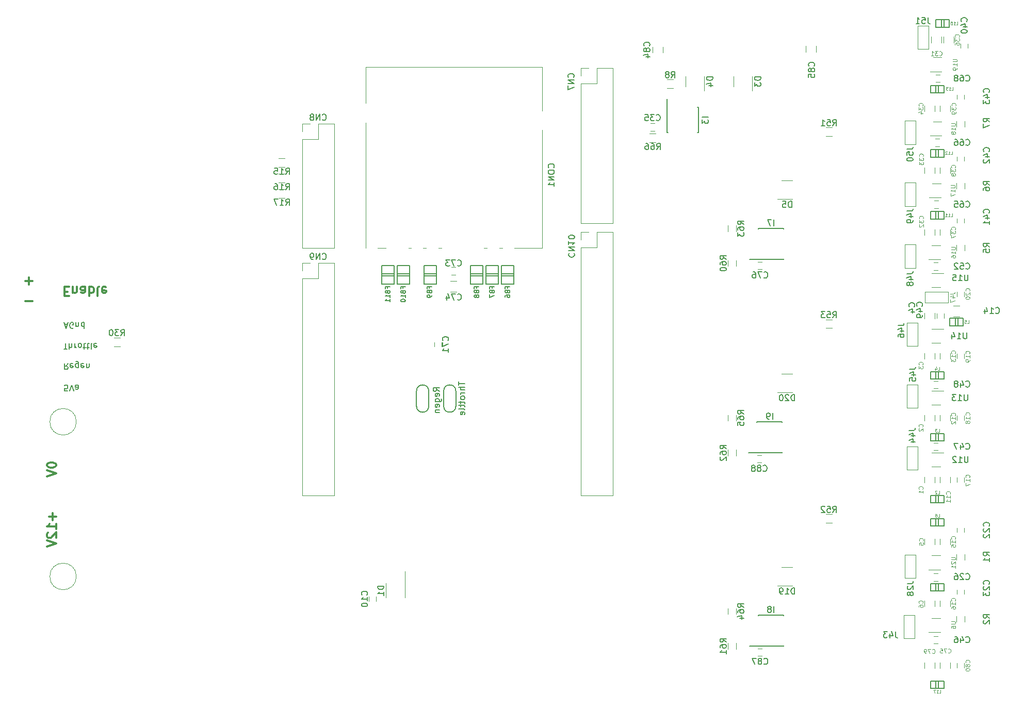
<source format=gbr>
G04 #@! TF.GenerationSoftware,KiCad,Pcbnew,(5.0.0-rc2-dev-194-g8567eab09)*
G04 #@! TF.CreationDate,2018-03-15T17:26:55+00:00*
G04 #@! TF.ProjectId,WolfDrive_H7Controller,576F6C6644726976655F4837436F6E74,rev?*
G04 #@! TF.SameCoordinates,Original*
G04 #@! TF.FileFunction,Legend,Bot*
G04 #@! TF.FilePolarity,Positive*
%FSLAX46Y46*%
G04 Gerber Fmt 4.6, Leading zero omitted, Abs format (unit mm)*
G04 Created by KiCad (PCBNEW (5.0.0-rc2-dev-194-g8567eab09)) date Thu Mar 15 17:26:55 2018*
%MOMM*%
%LPD*%
G01*
G04 APERTURE LIST*
%ADD10C,0.300000*%
%ADD11C,0.150000*%
%ADD12C,0.120000*%
%ADD13C,0.149860*%
%ADD14C,0.100000*%
%ADD15C,0.099060*%
G04 APERTURE END LIST*
D10*
X-41619857Y35960857D02*
X-41119857Y35960857D01*
X-40905571Y36746571D02*
X-41619857Y36746571D01*
X-41619857Y35246571D01*
X-40905571Y35246571D01*
X-40262714Y35746571D02*
X-40262714Y36746571D01*
X-40262714Y35889428D02*
X-40191285Y35818000D01*
X-40048428Y35746571D01*
X-39834142Y35746571D01*
X-39691285Y35818000D01*
X-39619857Y35960857D01*
X-39619857Y36746571D01*
X-38262714Y36746571D02*
X-38262714Y35960857D01*
X-38334142Y35818000D01*
X-38477000Y35746571D01*
X-38762714Y35746571D01*
X-38905571Y35818000D01*
X-38262714Y36675142D02*
X-38405571Y36746571D01*
X-38762714Y36746571D01*
X-38905571Y36675142D01*
X-38977000Y36532285D01*
X-38977000Y36389428D01*
X-38905571Y36246571D01*
X-38762714Y36175142D01*
X-38405571Y36175142D01*
X-38262714Y36103714D01*
X-37548428Y36746571D02*
X-37548428Y35246571D01*
X-37548428Y35818000D02*
X-37405571Y35746571D01*
X-37119857Y35746571D01*
X-36977000Y35818000D01*
X-36905571Y35889428D01*
X-36834142Y36032285D01*
X-36834142Y36460857D01*
X-36905571Y36603714D01*
X-36977000Y36675142D01*
X-37119857Y36746571D01*
X-37405571Y36746571D01*
X-37548428Y36675142D01*
X-35977000Y36746571D02*
X-36119857Y36675142D01*
X-36191285Y36532285D01*
X-36191285Y35246571D01*
X-34834142Y36675142D02*
X-34977000Y36746571D01*
X-35262714Y36746571D01*
X-35405571Y36675142D01*
X-35477000Y36532285D01*
X-35477000Y35960857D01*
X-35405571Y35818000D01*
X-35262714Y35746571D01*
X-34977000Y35746571D01*
X-34834142Y35818000D01*
X-34762714Y35960857D01*
X-34762714Y36103714D01*
X-35477000Y36246571D01*
X-48069428Y34397142D02*
X-46926571Y34397142D01*
X-48069428Y37699142D02*
X-46926571Y37699142D01*
X-47498000Y38270571D02*
X-47498000Y37127714D01*
D11*
X-41155857Y19645380D02*
X-41632047Y19645380D01*
X-41679666Y20121571D01*
X-41632047Y20073952D01*
X-41536809Y20026333D01*
X-41298714Y20026333D01*
X-41203476Y20073952D01*
X-41155857Y20121571D01*
X-41108238Y20216809D01*
X-41108238Y20454904D01*
X-41155857Y20550142D01*
X-41203476Y20597761D01*
X-41298714Y20645380D01*
X-41536809Y20645380D01*
X-41632047Y20597761D01*
X-41679666Y20550142D01*
X-40822523Y19645380D02*
X-40489190Y20645380D01*
X-40155857Y19645380D01*
X-39393952Y20645380D02*
X-39393952Y20121571D01*
X-39441571Y20026333D01*
X-39536809Y19978714D01*
X-39727285Y19978714D01*
X-39822523Y20026333D01*
X-39393952Y20597761D02*
X-39489190Y20645380D01*
X-39727285Y20645380D01*
X-39822523Y20597761D01*
X-39870142Y20502523D01*
X-39870142Y20407285D01*
X-39822523Y20312047D01*
X-39727285Y20264428D01*
X-39489190Y20264428D01*
X-39393952Y20216809D01*
X-41076380Y24201380D02*
X-41409714Y23725190D01*
X-41647809Y24201380D02*
X-41647809Y23201380D01*
X-41266857Y23201380D01*
X-41171619Y23249000D01*
X-41124000Y23296619D01*
X-41076380Y23391857D01*
X-41076380Y23534714D01*
X-41124000Y23629952D01*
X-41171619Y23677571D01*
X-41266857Y23725190D01*
X-41647809Y23725190D01*
X-40266857Y24153761D02*
X-40362095Y24201380D01*
X-40552571Y24201380D01*
X-40647809Y24153761D01*
X-40695428Y24058523D01*
X-40695428Y23677571D01*
X-40647809Y23582333D01*
X-40552571Y23534714D01*
X-40362095Y23534714D01*
X-40266857Y23582333D01*
X-40219238Y23677571D01*
X-40219238Y23772809D01*
X-40695428Y23868047D01*
X-39362095Y23534714D02*
X-39362095Y24344238D01*
X-39409714Y24439476D01*
X-39457333Y24487095D01*
X-39552571Y24534714D01*
X-39695428Y24534714D01*
X-39790666Y24487095D01*
X-39362095Y24153761D02*
X-39457333Y24201380D01*
X-39647809Y24201380D01*
X-39743047Y24153761D01*
X-39790666Y24106142D01*
X-39838285Y24010904D01*
X-39838285Y23725190D01*
X-39790666Y23629952D01*
X-39743047Y23582333D01*
X-39647809Y23534714D01*
X-39457333Y23534714D01*
X-39362095Y23582333D01*
X-38504952Y24153761D02*
X-38600190Y24201380D01*
X-38790666Y24201380D01*
X-38885904Y24153761D01*
X-38933523Y24058523D01*
X-38933523Y23677571D01*
X-38885904Y23582333D01*
X-38790666Y23534714D01*
X-38600190Y23534714D01*
X-38504952Y23582333D01*
X-38457333Y23677571D01*
X-38457333Y23772809D01*
X-38933523Y23868047D01*
X-38028761Y23534714D02*
X-38028761Y24201380D01*
X-38028761Y23629952D02*
X-37981142Y23582333D01*
X-37885904Y23534714D01*
X-37743047Y23534714D01*
X-37647809Y23582333D01*
X-37600190Y23677571D01*
X-37600190Y24201380D01*
X-41750904Y26503380D02*
X-41179476Y26503380D01*
X-41465190Y27503380D02*
X-41465190Y26503380D01*
X-40846142Y27503380D02*
X-40846142Y26503380D01*
X-40417571Y27503380D02*
X-40417571Y26979571D01*
X-40465190Y26884333D01*
X-40560428Y26836714D01*
X-40703285Y26836714D01*
X-40798523Y26884333D01*
X-40846142Y26931952D01*
X-39941380Y27503380D02*
X-39941380Y26836714D01*
X-39941380Y27027190D02*
X-39893761Y26931952D01*
X-39846142Y26884333D01*
X-39750904Y26836714D01*
X-39655666Y26836714D01*
X-39179476Y27503380D02*
X-39274714Y27455761D01*
X-39322333Y27408142D01*
X-39369952Y27312904D01*
X-39369952Y27027190D01*
X-39322333Y26931952D01*
X-39274714Y26884333D01*
X-39179476Y26836714D01*
X-39036619Y26836714D01*
X-38941380Y26884333D01*
X-38893761Y26931952D01*
X-38846142Y27027190D01*
X-38846142Y27312904D01*
X-38893761Y27408142D01*
X-38941380Y27455761D01*
X-39036619Y27503380D01*
X-39179476Y27503380D01*
X-38560428Y26836714D02*
X-38179476Y26836714D01*
X-38417571Y26503380D02*
X-38417571Y27360523D01*
X-38369952Y27455761D01*
X-38274714Y27503380D01*
X-38179476Y27503380D01*
X-37989000Y26836714D02*
X-37608047Y26836714D01*
X-37846142Y26503380D02*
X-37846142Y27360523D01*
X-37798523Y27455761D01*
X-37703285Y27503380D01*
X-37608047Y27503380D01*
X-37131857Y27503380D02*
X-37227095Y27455761D01*
X-37274714Y27360523D01*
X-37274714Y26503380D01*
X-36369952Y27455761D02*
X-36465190Y27503380D01*
X-36655666Y27503380D01*
X-36750904Y27455761D01*
X-36798523Y27360523D01*
X-36798523Y26979571D01*
X-36750904Y26884333D01*
X-36655666Y26836714D01*
X-36465190Y26836714D01*
X-36369952Y26884333D01*
X-36322333Y26979571D01*
X-36322333Y27074809D01*
X-36798523Y27170047D01*
X-41647857Y30646666D02*
X-41171666Y30646666D01*
X-41743095Y30932380D02*
X-41409761Y29932380D01*
X-41076428Y30932380D01*
X-40219285Y29980000D02*
X-40314523Y29932380D01*
X-40457380Y29932380D01*
X-40600238Y29980000D01*
X-40695476Y30075238D01*
X-40743095Y30170476D01*
X-40790714Y30360952D01*
X-40790714Y30503809D01*
X-40743095Y30694285D01*
X-40695476Y30789523D01*
X-40600238Y30884761D01*
X-40457380Y30932380D01*
X-40362142Y30932380D01*
X-40219285Y30884761D01*
X-40171666Y30837142D01*
X-40171666Y30503809D01*
X-40362142Y30503809D01*
X-39743095Y30265714D02*
X-39743095Y30932380D01*
X-39743095Y30360952D02*
X-39695476Y30313333D01*
X-39600238Y30265714D01*
X-39457380Y30265714D01*
X-39362142Y30313333D01*
X-39314523Y30408571D01*
X-39314523Y30932380D01*
X-38409761Y30932380D02*
X-38409761Y29932380D01*
X-38409761Y30884761D02*
X-38505000Y30932380D01*
X-38695476Y30932380D01*
X-38790714Y30884761D01*
X-38838333Y30837142D01*
X-38885952Y30741904D01*
X-38885952Y30456190D01*
X-38838333Y30360952D01*
X-38790714Y30313333D01*
X-38695476Y30265714D01*
X-38505000Y30265714D01*
X-38409761Y30313333D01*
D10*
X-44509428Y7572285D02*
X-44509428Y7429428D01*
X-44438000Y7286571D01*
X-44366571Y7215142D01*
X-44223714Y7143714D01*
X-43938000Y7072285D01*
X-43580857Y7072285D01*
X-43295142Y7143714D01*
X-43152285Y7215142D01*
X-43080857Y7286571D01*
X-43009428Y7429428D01*
X-43009428Y7572285D01*
X-43080857Y7715142D01*
X-43152285Y7786571D01*
X-43295142Y7858000D01*
X-43580857Y7929428D01*
X-43938000Y7929428D01*
X-44223714Y7858000D01*
X-44366571Y7786571D01*
X-44438000Y7715142D01*
X-44509428Y7572285D01*
X-44509428Y6643714D02*
X-43009428Y6143714D01*
X-44509428Y5643714D01*
X-43580857Y-405142D02*
X-43580857Y-1548000D01*
X-43009428Y-976571D02*
X-44152285Y-976571D01*
X-43009428Y-3048000D02*
X-43009428Y-2190857D01*
X-43009428Y-2619428D02*
X-44509428Y-2619428D01*
X-44295142Y-2476571D01*
X-44152285Y-2333714D01*
X-44080857Y-2190857D01*
X-44366571Y-3619428D02*
X-44438000Y-3690857D01*
X-44509428Y-3833714D01*
X-44509428Y-4190857D01*
X-44438000Y-4333714D01*
X-44366571Y-4405142D01*
X-44223714Y-4476571D01*
X-44080857Y-4476571D01*
X-43866571Y-4405142D01*
X-43009428Y-3548000D01*
X-43009428Y-4476571D01*
X-44509428Y-4905142D02*
X-43009428Y-5405142D01*
X-44509428Y-5905142D01*
D12*
X43120000Y70104000D02*
X43120000Y47184000D01*
X43120000Y47184000D02*
X48320000Y47184000D01*
X48320000Y47184000D02*
X48320000Y72704000D01*
X48320000Y72704000D02*
X45720000Y72704000D01*
X45720000Y72704000D02*
X45720000Y70104000D01*
X45720000Y70104000D02*
X43120000Y70104000D01*
X43120000Y71374000D02*
X43120000Y72704000D01*
X43120000Y72704000D02*
X44390000Y72704000D01*
X43120000Y43180000D02*
X43120000Y2480000D01*
X43120000Y2480000D02*
X48320000Y2480000D01*
X48320000Y2480000D02*
X48320000Y45780000D01*
X48320000Y45780000D02*
X45720000Y45780000D01*
X45720000Y45780000D02*
X45720000Y43180000D01*
X45720000Y43180000D02*
X43120000Y43180000D01*
X43120000Y44450000D02*
X43120000Y45780000D01*
X43120000Y45780000D02*
X44390000Y45780000D01*
X-2600000Y38100000D02*
X-2600000Y2480000D01*
X-2600000Y2480000D02*
X2600000Y2480000D01*
X2600000Y2480000D02*
X2600000Y40700000D01*
X2600000Y40700000D02*
X0Y40700000D01*
X0Y40700000D02*
X0Y38100000D01*
X0Y38100000D02*
X-2600000Y38100000D01*
X-2600000Y39370000D02*
X-2600000Y40700000D01*
X-2600000Y40700000D02*
X-1330000Y40700000D01*
X-2600000Y60960000D02*
X-2600000Y43120000D01*
X-2600000Y43120000D02*
X2600000Y43120000D01*
X2600000Y43120000D02*
X2600000Y63560000D01*
X2600000Y63560000D02*
X0Y63560000D01*
X0Y63560000D02*
X0Y60960000D01*
X0Y60960000D02*
X-2600000Y60960000D01*
X-2600000Y62230000D02*
X-2600000Y63560000D01*
X-2600000Y63560000D02*
X-1330000Y63560000D01*
X72867000Y40859000D02*
X72167000Y40859000D01*
X72167000Y39659000D02*
X72867000Y39659000D01*
X99480000Y4580000D02*
X99480000Y5580000D01*
X101180000Y5580000D02*
X101180000Y4580000D01*
X101180000Y15740000D02*
X101180000Y14740000D01*
X99480000Y14740000D02*
X99480000Y15740000D01*
X101180000Y25900000D02*
X101180000Y24900000D01*
X99480000Y24900000D02*
X99480000Y25900000D01*
X99480000Y31504000D02*
X99480000Y32504000D01*
X101180000Y32504000D02*
X101180000Y31504000D01*
X99480000Y-5580000D02*
X99480000Y-4580000D01*
X101180000Y-4580000D02*
X101180000Y-5580000D01*
X101180000Y-14740000D02*
X101180000Y-15740000D01*
X99480000Y-15740000D02*
X99480000Y-14740000D01*
X103720000Y5580000D02*
X103720000Y4580000D01*
X102020000Y4580000D02*
X102020000Y5580000D01*
X102020000Y14740000D02*
X102020000Y15740000D01*
X103720000Y15740000D02*
X103720000Y14740000D01*
X103720000Y25900000D02*
X103720000Y24900000D01*
X102020000Y24900000D02*
X102020000Y25900000D01*
X104275000Y33616000D02*
X105275000Y33616000D01*
X105275000Y31916000D02*
X104275000Y31916000D01*
X103720000Y-4580000D02*
X103720000Y-5580000D01*
X102020000Y-5580000D02*
X102020000Y-4580000D01*
X103720000Y-14740000D02*
X103720000Y-15740000D01*
X102020000Y-15740000D02*
X102020000Y-14740000D01*
X104810000Y5430000D02*
X104810000Y4730000D01*
X106010000Y4730000D02*
X106010000Y5430000D01*
X106010000Y14890000D02*
X106010000Y15590000D01*
X104810000Y15590000D02*
X104810000Y14890000D01*
X106010000Y25050000D02*
X106010000Y25750000D01*
X104810000Y25750000D02*
X104810000Y25050000D01*
X106010000Y35210000D02*
X106010000Y35910000D01*
X104810000Y35910000D02*
X104810000Y35210000D01*
X106010000Y-3525000D02*
X106010000Y-2825000D01*
X104810000Y-2825000D02*
X104810000Y-3525000D01*
X104810000Y-12985000D02*
X104810000Y-13685000D01*
X106010000Y-13685000D02*
X106010000Y-12985000D01*
X102323000Y77843000D02*
X102323000Y76843000D01*
X100623000Y76843000D02*
X100623000Y77843000D01*
X99480000Y45220000D02*
X99480000Y46220000D01*
X101180000Y46220000D02*
X101180000Y45220000D01*
X99480000Y55380000D02*
X99480000Y56380000D01*
X101180000Y56380000D02*
X101180000Y55380000D01*
X99480000Y65540000D02*
X99480000Y66540000D01*
X101180000Y66540000D02*
X101180000Y65540000D01*
X55214000Y63592000D02*
X54514000Y63592000D01*
X54514000Y62392000D02*
X55214000Y62392000D01*
X102655000Y76843000D02*
X102655000Y77843000D01*
X104355000Y77843000D02*
X104355000Y76843000D01*
X103720000Y46220000D02*
X103720000Y45220000D01*
X102020000Y45220000D02*
X102020000Y46220000D01*
X102020000Y55380000D02*
X102020000Y56380000D01*
X103720000Y56380000D02*
X103720000Y55380000D01*
X103720000Y66540000D02*
X103720000Y65540000D01*
X102020000Y65540000D02*
X102020000Y66540000D01*
X106645000Y75977000D02*
X106645000Y76677000D01*
X105445000Y76677000D02*
X105445000Y75977000D01*
X106010000Y47275000D02*
X106010000Y47975000D01*
X104810000Y47975000D02*
X104810000Y47275000D01*
X104810000Y58135000D02*
X104810000Y57435000D01*
X106010000Y57435000D02*
X106010000Y58135000D01*
X106010000Y67595000D02*
X106010000Y68295000D01*
X104810000Y68295000D02*
X104810000Y67595000D01*
X20285000Y26955000D02*
X20285000Y27655000D01*
X19085000Y27655000D02*
X19085000Y26955000D01*
X22575000Y39970000D02*
X21875000Y39970000D01*
X21875000Y38770000D02*
X22575000Y38770000D01*
X21725000Y37680000D02*
X22725000Y37680000D01*
X22725000Y35980000D02*
X21725000Y35980000D01*
X102020000Y-25900000D02*
X102020000Y-24900000D01*
X103720000Y-24900000D02*
X103720000Y-25900000D01*
X99480000Y-25900000D02*
X99480000Y-24900000D01*
X101180000Y-24900000D02*
X101180000Y-25900000D01*
X106010000Y-25750000D02*
X106010000Y-25050000D01*
X104810000Y-25050000D02*
X104810000Y-25750000D01*
X56603000Y76192000D02*
X56603000Y75192000D01*
X54903000Y75192000D02*
X54903000Y76192000D01*
X80049000Y75319000D02*
X80049000Y76319000D01*
X81749000Y76319000D02*
X81749000Y75319000D01*
X72867000Y-22641000D02*
X72167000Y-22641000D01*
X72167000Y-23841000D02*
X72867000Y-23841000D01*
X72040000Y7909000D02*
X72740000Y7909000D01*
X72740000Y9109000D02*
X72040000Y9109000D01*
X36725000Y72895000D02*
X36725000Y65695000D01*
X7825000Y72895000D02*
X7825000Y66895000D01*
X36725000Y72895000D02*
X7825000Y72895000D01*
X36725000Y43095000D02*
X32225000Y43095000D01*
X36725000Y62495000D02*
X36725000Y43095000D01*
X7825000Y63695000D02*
X7825000Y43095000D01*
X9725000Y43095000D02*
X11125000Y43095000D01*
X14825000Y43095000D02*
X15225000Y43095000D01*
X17225000Y43095000D02*
X17725000Y43095000D01*
X19725000Y43095000D02*
X20225000Y43095000D01*
X27225000Y43095000D02*
X27725000Y43095000D01*
X29725000Y43095000D02*
X30225000Y43095000D01*
D13*
X30114240Y37233860D02*
X32115760Y37233860D01*
X30114240Y40236140D02*
X30114240Y37233860D01*
X32115760Y40236140D02*
X30114240Y40236140D01*
X32115760Y37233860D02*
X32115760Y40236140D01*
X32115760Y38534340D02*
X30114240Y38534340D01*
X30114240Y38935660D02*
X32115760Y38935660D01*
X27574240Y38935660D02*
X29575760Y38935660D01*
X29575760Y38534340D02*
X27574240Y38534340D01*
X29575760Y37233860D02*
X29575760Y40236140D01*
X29575760Y40236140D02*
X27574240Y40236140D01*
X27574240Y40236140D02*
X27574240Y37233860D01*
X27574240Y37233860D02*
X29575760Y37233860D01*
X25034240Y37233860D02*
X27035760Y37233860D01*
X25034240Y40236140D02*
X25034240Y37233860D01*
X27035760Y40236140D02*
X25034240Y40236140D01*
X27035760Y37233860D02*
X27035760Y40236140D01*
X27035760Y38534340D02*
X25034240Y38534340D01*
X25034240Y38935660D02*
X27035760Y38935660D01*
X17414240Y38935660D02*
X19415760Y38935660D01*
X19415760Y38534340D02*
X17414240Y38534340D01*
X19415760Y37233860D02*
X19415760Y40236140D01*
X19415760Y40236140D02*
X17414240Y40236140D01*
X17414240Y40236140D02*
X17414240Y37233860D01*
X17414240Y37233860D02*
X19415760Y37233860D01*
X12969240Y37233860D02*
X14970760Y37233860D01*
X12969240Y40236140D02*
X12969240Y37233860D01*
X14970760Y40236140D02*
X12969240Y40236140D01*
X14970760Y37233860D02*
X14970760Y40236140D01*
X14970760Y38534340D02*
X12969240Y38534340D01*
X12969240Y38935660D02*
X14970760Y38935660D01*
X10429240Y37233860D02*
X12430760Y37233860D01*
X10429240Y40236140D02*
X10429240Y37233860D01*
X12430760Y40236140D02*
X10429240Y40236140D01*
X12430760Y37233860D02*
X12430760Y40236140D01*
X12430760Y38534340D02*
X10429240Y38534340D01*
X10429240Y38935660D02*
X12430760Y38935660D01*
D11*
X72220000Y41240000D02*
X72220000Y41290000D01*
X76370000Y41240000D02*
X76370000Y41385000D01*
X76370000Y46390000D02*
X76370000Y46245000D01*
X72220000Y46390000D02*
X72220000Y46245000D01*
X72220000Y41240000D02*
X76370000Y41240000D01*
X72220000Y46390000D02*
X76370000Y46390000D01*
X72220000Y41290000D02*
X70820000Y41290000D01*
X72220000Y-22210000D02*
X70820000Y-22210000D01*
X72220000Y-17110000D02*
X76370000Y-17110000D01*
X72220000Y-22260000D02*
X76370000Y-22260000D01*
X72220000Y-17110000D02*
X72220000Y-17255000D01*
X76370000Y-17110000D02*
X76370000Y-17255000D01*
X76370000Y-22260000D02*
X76370000Y-22115000D01*
X72220000Y-22260000D02*
X72220000Y-22210000D01*
X72017625Y9490000D02*
X72017625Y9540000D01*
X76167625Y9490000D02*
X76167625Y9635000D01*
X76167625Y14640000D02*
X76167625Y14495000D01*
X72017625Y14640000D02*
X72017625Y14495000D01*
X72017625Y9490000D02*
X76167625Y9490000D01*
X72017625Y14640000D02*
X76167625Y14640000D01*
X72017625Y9540000D02*
X70617625Y9540000D01*
D12*
X-39690000Y14605000D02*
G75*
G03X-39690000Y14605000I-2180000J0D01*
G01*
X-39690000Y-10795000D02*
G75*
G03X-39690000Y-10795000I-2180000J0D01*
G01*
D13*
X102699820Y1305560D02*
X102699820Y2504440D01*
X100500180Y1305560D02*
X102699820Y1305560D01*
X100500180Y2504440D02*
X100500180Y1305560D01*
X102699820Y2504440D02*
X100500180Y2504440D01*
X101800660Y2504440D02*
X101800660Y1305560D01*
X101399340Y1305560D02*
X101399340Y2504440D01*
X102699820Y11465560D02*
X102699820Y12664440D01*
X100500180Y11465560D02*
X102699820Y11465560D01*
X100500180Y12664440D02*
X100500180Y11465560D01*
X102699820Y12664440D02*
X100500180Y12664440D01*
X101800660Y12664440D02*
X101800660Y11465560D01*
X101399340Y11465560D02*
X101399340Y12664440D01*
X101399340Y21625560D02*
X101399340Y22824440D01*
X101800660Y22824440D02*
X101800660Y21625560D01*
X102699820Y22824440D02*
X100500180Y22824440D01*
X100500180Y22824440D02*
X100500180Y21625560D01*
X100500180Y21625560D02*
X102699820Y21625560D01*
X102699820Y21625560D02*
X102699820Y22824440D01*
X104574340Y30388560D02*
X104574340Y31587440D01*
X104975660Y31587440D02*
X104975660Y30388560D01*
X105874820Y31587440D02*
X103675180Y31587440D01*
X103675180Y31587440D02*
X103675180Y30388560D01*
X103675180Y30388560D02*
X105874820Y30388560D01*
X105874820Y30388560D02*
X105874820Y31587440D01*
X102699820Y-2504440D02*
X102699820Y-1305560D01*
X100500180Y-2504440D02*
X102699820Y-2504440D01*
X100500180Y-1305560D02*
X100500180Y-2504440D01*
X102699820Y-1305560D02*
X100500180Y-1305560D01*
X101800660Y-1305560D02*
X101800660Y-2504440D01*
X101399340Y-2504440D02*
X101399340Y-1305560D01*
X101399340Y-13172440D02*
X101399340Y-11973560D01*
X101800660Y-11973560D02*
X101800660Y-13172440D01*
X102699820Y-11973560D02*
X100500180Y-11973560D01*
X100500180Y-11973560D02*
X100500180Y-13172440D01*
X100500180Y-13172440D02*
X102699820Y-13172440D01*
X102699820Y-13172440D02*
X102699820Y-11973560D01*
X103588820Y79410560D02*
X103588820Y80609440D01*
X101389180Y79410560D02*
X103588820Y79410560D01*
X101389180Y80609440D02*
X101389180Y79410560D01*
X103588820Y80609440D02*
X101389180Y80609440D01*
X102689660Y80609440D02*
X102689660Y79410560D01*
X102288340Y79410560D02*
X102288340Y80609440D01*
X101399340Y47914560D02*
X101399340Y49113440D01*
X101800660Y49113440D02*
X101800660Y47914560D01*
X102699820Y49113440D02*
X100500180Y49113440D01*
X100500180Y49113440D02*
X100500180Y47914560D01*
X100500180Y47914560D02*
X102699820Y47914560D01*
X102699820Y47914560D02*
X102699820Y49113440D01*
X102699820Y58074560D02*
X102699820Y59273440D01*
X100500180Y58074560D02*
X102699820Y58074560D01*
X100500180Y59273440D02*
X100500180Y58074560D01*
X102699820Y59273440D02*
X100500180Y59273440D01*
X101800660Y59273440D02*
X101800660Y58074560D01*
X101399340Y58074560D02*
X101399340Y59273440D01*
X101401880Y68615560D02*
X101401880Y69814440D01*
X101803200Y69814440D02*
X101803200Y68615560D01*
X102702360Y69814440D02*
X100502720Y69814440D01*
X100502720Y69814440D02*
X100502720Y68615560D01*
X100502720Y68615560D02*
X102702360Y68615560D01*
X102702360Y68615560D02*
X102702360Y69814440D01*
X101800660Y-27975560D02*
X101800660Y-29174440D01*
X101399340Y-29174440D02*
X101399340Y-27975560D01*
X100500180Y-29174440D02*
X102699820Y-29174440D01*
X102699820Y-29174440D02*
X102699820Y-27975560D01*
X102699820Y-27975560D02*
X100500180Y-27975560D01*
X100500180Y-27975560D02*
X100500180Y-29174440D01*
D12*
X106090000Y-8120000D02*
X106090000Y-7120000D01*
X104730000Y-7120000D02*
X104730000Y-8120000D01*
X104730000Y-17280000D02*
X104730000Y-18280000D01*
X106090000Y-18280000D02*
X106090000Y-17280000D01*
X106090000Y42680000D02*
X106090000Y43680000D01*
X104730000Y43680000D02*
X104730000Y42680000D01*
X104730000Y53840000D02*
X104730000Y52840000D01*
X106090000Y52840000D02*
X106090000Y53840000D01*
X104730000Y64000000D02*
X104730000Y63000000D01*
X106090000Y63000000D02*
X106090000Y64000000D01*
X58285000Y70784000D02*
X57285000Y70784000D01*
X57285000Y69424000D02*
X58285000Y69424000D01*
X-6469000Y56470000D02*
X-5469000Y56470000D01*
X-5469000Y57830000D02*
X-6469000Y57830000D01*
X-5469000Y55290000D02*
X-6469000Y55290000D01*
X-6469000Y53930000D02*
X-5469000Y53930000D01*
X-5469000Y52750000D02*
X-6469000Y52750000D01*
X-6469000Y51390000D02*
X-5469000Y51390000D01*
X-33520000Y27006000D02*
X-32520000Y27006000D01*
X-32520000Y28366000D02*
X-33520000Y28366000D01*
X83320000Y61550000D02*
X84320000Y61550000D01*
X84320000Y62910000D02*
X83320000Y62910000D01*
X83320000Y-1950000D02*
X84320000Y-1950000D01*
X84320000Y-590000D02*
X83320000Y-590000D01*
X83320000Y30002375D02*
X84320000Y30002375D01*
X84320000Y31362375D02*
X83320000Y31362375D01*
X54407000Y60534000D02*
X55407000Y60534000D01*
X55407000Y61894000D02*
X54407000Y61894000D01*
X8290000Y-14128000D02*
X8290000Y-14828000D01*
X9490000Y-14828000D02*
X9490000Y-14128000D01*
D11*
X16145000Y19665000D02*
G75*
G02X18145000Y19665000I1000000J0D01*
G01*
X18145000Y17165000D02*
G75*
G02X16145000Y17165000I-1000000J0D01*
G01*
X16145000Y17165000D02*
X16145000Y19665000D01*
X18145000Y17165000D02*
X18145000Y19665000D01*
X20590000Y19665000D02*
G75*
G02X22590000Y19665000I1000000J0D01*
G01*
X22590000Y17165000D02*
G75*
G02X20590000Y17165000I-1000000J0D01*
G01*
X20590000Y17165000D02*
X20590000Y19665000D01*
X22590000Y17165000D02*
X22590000Y19665000D01*
D12*
X101696000Y-10322000D02*
X100996000Y-10322000D01*
X100996000Y-11522000D02*
X101696000Y-11522000D01*
X101696000Y-20609000D02*
X100996000Y-20609000D01*
X100996000Y-21809000D02*
X101696000Y-21809000D01*
X101696000Y11141000D02*
X100996000Y11141000D01*
X100996000Y9941000D02*
X101696000Y9941000D01*
X100996000Y20101000D02*
X101696000Y20101000D01*
X101696000Y21301000D02*
X100996000Y21301000D01*
X101508000Y32354000D02*
X101508000Y31654000D01*
X102708000Y31654000D02*
X102708000Y32354000D01*
X100996000Y39532000D02*
X101696000Y39532000D01*
X101696000Y40732000D02*
X100996000Y40732000D01*
X101123000Y49692000D02*
X101823000Y49692000D01*
X101823000Y50892000D02*
X101123000Y50892000D01*
X101250000Y59852000D02*
X101950000Y59852000D01*
X101950000Y61052000D02*
X101250000Y61052000D01*
X102077000Y71593000D02*
X101377000Y71593000D01*
X101377000Y70393000D02*
X102077000Y70393000D01*
X71233000Y71365000D02*
X71233000Y68935000D01*
X68163000Y69605000D02*
X68163000Y71365000D01*
X60289000Y69605000D02*
X60289000Y71365000D01*
X63359000Y71365000D02*
X63359000Y68935000D01*
X76082000Y54265000D02*
X77842000Y54265000D01*
X77842000Y51195000D02*
X75412000Y51195000D01*
X77842000Y-12305000D02*
X75412000Y-12305000D01*
X76082000Y-9235000D02*
X77842000Y-9235000D01*
X76082000Y22515000D02*
X77842000Y22515000D01*
X77842000Y19445000D02*
X75412000Y19445000D01*
D11*
X57292000Y66210000D02*
X57292000Y67610000D01*
X62392000Y66210000D02*
X62392000Y62060000D01*
X57242000Y66210000D02*
X57242000Y62060000D01*
X62392000Y66210000D02*
X62247000Y66210000D01*
X62392000Y62060000D02*
X62247000Y62060000D01*
X57242000Y62060000D02*
X57387000Y62060000D01*
X57242000Y66210000D02*
X57292000Y66210000D01*
D12*
X98045000Y-7234000D02*
X98045000Y-11054000D01*
X98045000Y-11054000D02*
X96265000Y-11054000D01*
X96265000Y-11054000D02*
X96265000Y-7234000D01*
X98045000Y-7234000D02*
X96265000Y-7234000D01*
X97918000Y-17140000D02*
X97918000Y-20960000D01*
X97918000Y-20960000D02*
X96138000Y-20960000D01*
X96138000Y-20960000D02*
X96138000Y-17140000D01*
X97918000Y-17140000D02*
X96138000Y-17140000D01*
X98426000Y10546000D02*
X98426000Y6726000D01*
X98426000Y6726000D02*
X96646000Y6726000D01*
X96646000Y6726000D02*
X96646000Y10546000D01*
X98426000Y10546000D02*
X96646000Y10546000D01*
X98426000Y20706000D02*
X96646000Y20706000D01*
X96646000Y16886000D02*
X96646000Y20706000D01*
X98426000Y16886000D02*
X96646000Y16886000D01*
X98426000Y20706000D02*
X98426000Y16886000D01*
X98426000Y30866000D02*
X96646000Y30866000D01*
X96646000Y27046000D02*
X96646000Y30866000D01*
X98426000Y27046000D02*
X96646000Y27046000D01*
X98426000Y30866000D02*
X98426000Y27046000D01*
X99563000Y35942000D02*
X99563000Y34162000D01*
X103383000Y34162000D02*
X99563000Y34162000D01*
X103383000Y35942000D02*
X103383000Y34162000D01*
X99563000Y35942000D02*
X103383000Y35942000D01*
X98045000Y43693000D02*
X96265000Y43693000D01*
X96265000Y39873000D02*
X96265000Y43693000D01*
X98045000Y39873000D02*
X96265000Y39873000D01*
X98045000Y43693000D02*
X98045000Y39873000D01*
X98045000Y53853000D02*
X98045000Y50033000D01*
X98045000Y50033000D02*
X96265000Y50033000D01*
X96265000Y50033000D02*
X96265000Y53853000D01*
X98045000Y53853000D02*
X96265000Y53853000D01*
X98045000Y64013000D02*
X98045000Y60193000D01*
X98045000Y60193000D02*
X96265000Y60193000D01*
X96265000Y60193000D02*
X96265000Y64013000D01*
X98045000Y64013000D02*
X96265000Y64013000D01*
X100204000Y79634000D02*
X98424000Y79634000D01*
X98424000Y75814000D02*
X98424000Y79634000D01*
X100204000Y75814000D02*
X98424000Y75814000D01*
X100204000Y79634000D02*
X100204000Y75814000D01*
X67265000Y41140000D02*
X67265000Y40140000D01*
X68625000Y40140000D02*
X68625000Y41140000D01*
X67265000Y-21725000D02*
X67265000Y-22725000D01*
X68625000Y-22725000D02*
X68625000Y-21725000D01*
X67265000Y10025000D02*
X67265000Y9025000D01*
X68625000Y9025000D02*
X68625000Y10025000D01*
X67265000Y46855000D02*
X67265000Y45855000D01*
X68625000Y45855000D02*
X68625000Y46855000D01*
X67265000Y-16010000D02*
X67265000Y-17010000D01*
X68625000Y-17010000D02*
X68625000Y-16010000D01*
X67265000Y15740000D02*
X67265000Y14740000D01*
X68625000Y14740000D02*
X68625000Y15740000D01*
X102106000Y-19956000D02*
X100206000Y-19956000D01*
X100706000Y-17636000D02*
X102106000Y-17636000D01*
X100706000Y9542000D02*
X102606000Y9542000D01*
X102106000Y7222000D02*
X100706000Y7222000D01*
X100706000Y19702000D02*
X102606000Y19702000D01*
X102106000Y17382000D02*
X100706000Y17382000D01*
X100706000Y29862000D02*
X102606000Y29862000D01*
X102106000Y27542000D02*
X100706000Y27542000D01*
X100706000Y39006000D02*
X102606000Y39006000D01*
X102106000Y36686000D02*
X100706000Y36686000D01*
X102106000Y41258000D02*
X100206000Y41258000D01*
X100706000Y43578000D02*
X102106000Y43578000D01*
X100773000Y53738000D02*
X102173000Y53738000D01*
X102173000Y51418000D02*
X100273000Y51418000D01*
X100900000Y63898000D02*
X102300000Y63898000D01*
X102300000Y61578000D02*
X100400000Y61578000D01*
X100900000Y74439000D02*
X102300000Y74439000D01*
X102300000Y72119000D02*
X100400000Y72119000D01*
X102106000Y-9669000D02*
X100206000Y-9669000D01*
X100706000Y-7349000D02*
X102106000Y-7349000D01*
X11150000Y-14281000D02*
X11150000Y-11931000D01*
X14250000Y-14281000D02*
X14250000Y-9931000D01*
D11*
X41886142Y71175476D02*
X41933761Y71223095D01*
X41981380Y71365952D01*
X41981380Y71461190D01*
X41933761Y71604047D01*
X41838523Y71699285D01*
X41743285Y71746904D01*
X41552809Y71794523D01*
X41409952Y71794523D01*
X41219476Y71746904D01*
X41124238Y71699285D01*
X41029000Y71604047D01*
X40981380Y71461190D01*
X40981380Y71365952D01*
X41029000Y71223095D01*
X41076619Y71175476D01*
X41981380Y70746904D02*
X40981380Y70746904D01*
X41981380Y70175476D01*
X40981380Y70175476D01*
X40981380Y69794523D02*
X40981380Y69127857D01*
X41981380Y69556428D01*
X41171857Y42267333D02*
X41124238Y42219714D01*
X41076619Y42076857D01*
X41076619Y41981619D01*
X41124238Y41838761D01*
X41219476Y41743523D01*
X41314714Y41695904D01*
X41505190Y41648285D01*
X41648047Y41648285D01*
X41838523Y41695904D01*
X41933761Y41743523D01*
X42029000Y41838761D01*
X42076619Y41981619D01*
X42076619Y42076857D01*
X42029000Y42219714D01*
X41981380Y42267333D01*
X41076619Y42695904D02*
X42076619Y42695904D01*
X41076619Y43267333D01*
X42076619Y43267333D01*
X41076619Y44267333D02*
X41076619Y43695904D01*
X41076619Y43981619D02*
X42076619Y43981619D01*
X41933761Y43886380D01*
X41838523Y43791142D01*
X41790904Y43695904D01*
X42076619Y44886380D02*
X42076619Y44981619D01*
X42029000Y45076857D01*
X41981380Y45124476D01*
X41886142Y45172095D01*
X41695666Y45219714D01*
X41457571Y45219714D01*
X41267095Y45172095D01*
X41171857Y45124476D01*
X41124238Y45076857D01*
X41076619Y44981619D01*
X41076619Y44886380D01*
X41124238Y44791142D01*
X41171857Y44743523D01*
X41267095Y44695904D01*
X41457571Y44648285D01*
X41695666Y44648285D01*
X41886142Y44695904D01*
X41981380Y44743523D01*
X42029000Y44791142D01*
X42076619Y44886380D01*
X690476Y41342857D02*
X738095Y41295238D01*
X880952Y41247619D01*
X976190Y41247619D01*
X1119047Y41295238D01*
X1214285Y41390476D01*
X1261904Y41485714D01*
X1309523Y41676190D01*
X1309523Y41819047D01*
X1261904Y42009523D01*
X1214285Y42104761D01*
X1119047Y42200000D01*
X976190Y42247619D01*
X880952Y42247619D01*
X738095Y42200000D01*
X690476Y42152380D01*
X261904Y41247619D02*
X261904Y42247619D01*
X-309523Y41247619D01*
X-309523Y42247619D01*
X-833333Y41247619D02*
X-1023809Y41247619D01*
X-1119047Y41295238D01*
X-1166666Y41342857D01*
X-1261904Y41485714D01*
X-1309523Y41676190D01*
X-1309523Y42057142D01*
X-1261904Y42152380D01*
X-1214285Y42200000D01*
X-1119047Y42247619D01*
X-928571Y42247619D01*
X-833333Y42200000D01*
X-785714Y42152380D01*
X-738095Y42057142D01*
X-738095Y41819047D01*
X-785714Y41723809D01*
X-833333Y41676190D01*
X-928571Y41628571D01*
X-1119047Y41628571D01*
X-1214285Y41676190D01*
X-1261904Y41723809D01*
X-1309523Y41819047D01*
X690476Y64202857D02*
X738095Y64155238D01*
X880952Y64107619D01*
X976190Y64107619D01*
X1119047Y64155238D01*
X1214285Y64250476D01*
X1261904Y64345714D01*
X1309523Y64536190D01*
X1309523Y64679047D01*
X1261904Y64869523D01*
X1214285Y64964761D01*
X1119047Y65060000D01*
X976190Y65107619D01*
X880952Y65107619D01*
X738095Y65060000D01*
X690476Y65012380D01*
X261904Y64107619D02*
X261904Y65107619D01*
X-309523Y64107619D01*
X-309523Y65107619D01*
X-928571Y64679047D02*
X-833333Y64726666D01*
X-785714Y64774285D01*
X-738095Y64869523D01*
X-738095Y64917142D01*
X-785714Y65012380D01*
X-833333Y65060000D01*
X-928571Y65107619D01*
X-1119047Y65107619D01*
X-1214285Y65060000D01*
X-1261904Y65012380D01*
X-1309523Y64917142D01*
X-1309523Y64869523D01*
X-1261904Y64774285D01*
X-1214285Y64726666D01*
X-1119047Y64679047D01*
X-928571Y64679047D01*
X-833333Y64631428D01*
X-785714Y64583809D01*
X-738095Y64488571D01*
X-738095Y64298095D01*
X-785714Y64202857D01*
X-833333Y64155238D01*
X-928571Y64107619D01*
X-1119047Y64107619D01*
X-1214285Y64155238D01*
X-1261904Y64202857D01*
X-1309523Y64298095D01*
X-1309523Y64488571D01*
X-1261904Y64583809D01*
X-1214285Y64631428D01*
X-1119047Y64679047D01*
X73159857Y38314357D02*
X73207476Y38266738D01*
X73350333Y38219119D01*
X73445571Y38219119D01*
X73588428Y38266738D01*
X73683666Y38361976D01*
X73731285Y38457214D01*
X73778904Y38647690D01*
X73778904Y38790547D01*
X73731285Y38981023D01*
X73683666Y39076261D01*
X73588428Y39171500D01*
X73445571Y39219119D01*
X73350333Y39219119D01*
X73207476Y39171500D01*
X73159857Y39123880D01*
X72826523Y39219119D02*
X72159857Y39219119D01*
X72588428Y38219119D01*
X71350333Y39219119D02*
X71540809Y39219119D01*
X71636047Y39171500D01*
X71683666Y39123880D01*
X71778904Y38981023D01*
X71826523Y38790547D01*
X71826523Y38409595D01*
X71778904Y38314357D01*
X71731285Y38266738D01*
X71636047Y38219119D01*
X71445571Y38219119D01*
X71350333Y38266738D01*
X71302714Y38314357D01*
X71255095Y38409595D01*
X71255095Y38647690D01*
X71302714Y38742928D01*
X71350333Y38790547D01*
X71445571Y38838166D01*
X71636047Y38838166D01*
X71731285Y38790547D01*
X71778904Y38742928D01*
X71826523Y38647690D01*
D14*
X99183000Y3545666D02*
X99216333Y3579000D01*
X99249666Y3679000D01*
X99249666Y3745666D01*
X99216333Y3845666D01*
X99149666Y3912333D01*
X99083000Y3945666D01*
X98949666Y3979000D01*
X98849666Y3979000D01*
X98716333Y3945666D01*
X98649666Y3912333D01*
X98583000Y3845666D01*
X98549666Y3745666D01*
X98549666Y3679000D01*
X98583000Y3579000D01*
X98616333Y3545666D01*
X99249666Y2879000D02*
X99249666Y3279000D01*
X99249666Y3079000D02*
X98549666Y3079000D01*
X98649666Y3145666D01*
X98716333Y3212333D01*
X98749666Y3279000D01*
X99183000Y13769166D02*
X99216333Y13802500D01*
X99249666Y13902500D01*
X99249666Y13969166D01*
X99216333Y14069166D01*
X99149666Y14135833D01*
X99083000Y14169166D01*
X98949666Y14202500D01*
X98849666Y14202500D01*
X98716333Y14169166D01*
X98649666Y14135833D01*
X98583000Y14069166D01*
X98549666Y13969166D01*
X98549666Y13902500D01*
X98583000Y13802500D01*
X98616333Y13769166D01*
X98616333Y13502500D02*
X98583000Y13469166D01*
X98549666Y13402500D01*
X98549666Y13235833D01*
X98583000Y13169166D01*
X98616333Y13135833D01*
X98683000Y13102500D01*
X98749666Y13102500D01*
X98849666Y13135833D01*
X99249666Y13535833D01*
X99249666Y13102500D01*
X99183000Y23992666D02*
X99216333Y24026000D01*
X99249666Y24126000D01*
X99249666Y24192666D01*
X99216333Y24292666D01*
X99149666Y24359333D01*
X99083000Y24392666D01*
X98949666Y24426000D01*
X98849666Y24426000D01*
X98716333Y24392666D01*
X98649666Y24359333D01*
X98583000Y24292666D01*
X98549666Y24192666D01*
X98549666Y24126000D01*
X98583000Y24026000D01*
X98616333Y23992666D01*
X98549666Y23759333D02*
X98549666Y23326000D01*
X98816333Y23559333D01*
X98816333Y23459333D01*
X98849666Y23392666D01*
X98883000Y23359333D01*
X98949666Y23326000D01*
X99116333Y23326000D01*
X99183000Y23359333D01*
X99216333Y23392666D01*
X99249666Y23459333D01*
X99249666Y23659333D01*
X99216333Y23726000D01*
X99183000Y23759333D01*
D11*
X97829642Y33504166D02*
X97877261Y33551785D01*
X97924880Y33694642D01*
X97924880Y33789880D01*
X97877261Y33932738D01*
X97782023Y34027976D01*
X97686785Y34075595D01*
X97496309Y34123214D01*
X97353452Y34123214D01*
X97162976Y34075595D01*
X97067738Y34027976D01*
X96972500Y33932738D01*
X96924880Y33789880D01*
X96924880Y33694642D01*
X96972500Y33551785D01*
X97020119Y33504166D01*
X97258214Y32647023D02*
X97924880Y32647023D01*
X96877261Y32885119D02*
X97591547Y33123214D01*
X97591547Y32504166D01*
D14*
X99246500Y-4963333D02*
X99279833Y-4930000D01*
X99313166Y-4830000D01*
X99313166Y-4763333D01*
X99279833Y-4663333D01*
X99213166Y-4596666D01*
X99146500Y-4563333D01*
X99013166Y-4530000D01*
X98913166Y-4530000D01*
X98779833Y-4563333D01*
X98713166Y-4596666D01*
X98646500Y-4663333D01*
X98613166Y-4763333D01*
X98613166Y-4830000D01*
X98646500Y-4930000D01*
X98679833Y-4963333D01*
X98613166Y-5596666D02*
X98613166Y-5263333D01*
X98946500Y-5230000D01*
X98913166Y-5263333D01*
X98879833Y-5330000D01*
X98879833Y-5496666D01*
X98913166Y-5563333D01*
X98946500Y-5596666D01*
X99013166Y-5630000D01*
X99179833Y-5630000D01*
X99246500Y-5596666D01*
X99279833Y-5563333D01*
X99313166Y-5496666D01*
X99313166Y-5330000D01*
X99279833Y-5263333D01*
X99246500Y-5230000D01*
X99183000Y-15186833D02*
X99216333Y-15153500D01*
X99249666Y-15053500D01*
X99249666Y-14986833D01*
X99216333Y-14886833D01*
X99149666Y-14820166D01*
X99083000Y-14786833D01*
X98949666Y-14753500D01*
X98849666Y-14753500D01*
X98716333Y-14786833D01*
X98649666Y-14820166D01*
X98583000Y-14886833D01*
X98549666Y-14986833D01*
X98549666Y-15053500D01*
X98583000Y-15153500D01*
X98616333Y-15186833D01*
X98549666Y-15786833D02*
X98549666Y-15653500D01*
X98583000Y-15586833D01*
X98616333Y-15553500D01*
X98716333Y-15486833D01*
X98849666Y-15453500D01*
X99116333Y-15453500D01*
X99183000Y-15486833D01*
X99216333Y-15520166D01*
X99249666Y-15586833D01*
X99249666Y-15720166D01*
X99216333Y-15786833D01*
X99183000Y-15820166D01*
X99116333Y-15853500D01*
X98949666Y-15853500D01*
X98883000Y-15820166D01*
X98849666Y-15786833D01*
X98816333Y-15720166D01*
X98816333Y-15586833D01*
X98849666Y-15520166D01*
X98883000Y-15486833D01*
X98949666Y-15453500D01*
X103691500Y2736000D02*
X103724833Y2769333D01*
X103758166Y2869333D01*
X103758166Y2936000D01*
X103724833Y3036000D01*
X103658166Y3102666D01*
X103591500Y3136000D01*
X103458166Y3169333D01*
X103358166Y3169333D01*
X103224833Y3136000D01*
X103158166Y3102666D01*
X103091500Y3036000D01*
X103058166Y2936000D01*
X103058166Y2869333D01*
X103091500Y2769333D01*
X103124833Y2736000D01*
X103758166Y2069333D02*
X103758166Y2469333D01*
X103758166Y2269333D02*
X103058166Y2269333D01*
X103158166Y2336000D01*
X103224833Y2402666D01*
X103258166Y2469333D01*
X103758166Y1402666D02*
X103758166Y1802666D01*
X103758166Y1602666D02*
X103058166Y1602666D01*
X103158166Y1669333D01*
X103224833Y1736000D01*
X103258166Y1802666D01*
X104517000Y15626500D02*
X104550333Y15659833D01*
X104583666Y15759833D01*
X104583666Y15826500D01*
X104550333Y15926500D01*
X104483666Y15993166D01*
X104417000Y16026500D01*
X104283666Y16059833D01*
X104183666Y16059833D01*
X104050333Y16026500D01*
X103983666Y15993166D01*
X103917000Y15926500D01*
X103883666Y15826500D01*
X103883666Y15759833D01*
X103917000Y15659833D01*
X103950333Y15626500D01*
X104583666Y14959833D02*
X104583666Y15359833D01*
X104583666Y15159833D02*
X103883666Y15159833D01*
X103983666Y15226500D01*
X104050333Y15293166D01*
X104083666Y15359833D01*
X103950333Y14693166D02*
X103917000Y14659833D01*
X103883666Y14593166D01*
X103883666Y14426500D01*
X103917000Y14359833D01*
X103950333Y14326500D01*
X104017000Y14293166D01*
X104083666Y14293166D01*
X104183666Y14326500D01*
X104583666Y14726500D01*
X104583666Y14293166D01*
X104517000Y25850000D02*
X104550333Y25883333D01*
X104583666Y25983333D01*
X104583666Y26050000D01*
X104550333Y26150000D01*
X104483666Y26216666D01*
X104417000Y26250000D01*
X104283666Y26283333D01*
X104183666Y26283333D01*
X104050333Y26250000D01*
X103983666Y26216666D01*
X103917000Y26150000D01*
X103883666Y26050000D01*
X103883666Y25983333D01*
X103917000Y25883333D01*
X103950333Y25850000D01*
X104583666Y25183333D02*
X104583666Y25583333D01*
X104583666Y25383333D02*
X103883666Y25383333D01*
X103983666Y25450000D01*
X104050333Y25516666D01*
X104083666Y25583333D01*
X103883666Y24950000D02*
X103883666Y24516666D01*
X104150333Y24750000D01*
X104150333Y24650000D01*
X104183666Y24583333D01*
X104217000Y24550000D01*
X104283666Y24516666D01*
X104450333Y24516666D01*
X104517000Y24550000D01*
X104550333Y24583333D01*
X104583666Y24650000D01*
X104583666Y24850000D01*
X104550333Y24916666D01*
X104517000Y24950000D01*
D11*
X111196357Y32472357D02*
X111243976Y32424738D01*
X111386833Y32377119D01*
X111482071Y32377119D01*
X111624928Y32424738D01*
X111720166Y32519976D01*
X111767785Y32615214D01*
X111815404Y32805690D01*
X111815404Y32948547D01*
X111767785Y33139023D01*
X111720166Y33234261D01*
X111624928Y33329500D01*
X111482071Y33377119D01*
X111386833Y33377119D01*
X111243976Y33329500D01*
X111196357Y33281880D01*
X110243976Y32377119D02*
X110815404Y32377119D01*
X110529690Y32377119D02*
X110529690Y33377119D01*
X110624928Y33234261D01*
X110720166Y33139023D01*
X110815404Y33091404D01*
X109386833Y33043785D02*
X109386833Y32377119D01*
X109624928Y33424738D02*
X109863023Y32710452D01*
X109243976Y32710452D01*
D14*
X104517000Y-4630000D02*
X104550333Y-4596666D01*
X104583666Y-4496666D01*
X104583666Y-4430000D01*
X104550333Y-4330000D01*
X104483666Y-4263333D01*
X104417000Y-4230000D01*
X104283666Y-4196666D01*
X104183666Y-4196666D01*
X104050333Y-4230000D01*
X103983666Y-4263333D01*
X103917000Y-4330000D01*
X103883666Y-4430000D01*
X103883666Y-4496666D01*
X103917000Y-4596666D01*
X103950333Y-4630000D01*
X104583666Y-5296666D02*
X104583666Y-4896666D01*
X104583666Y-5096666D02*
X103883666Y-5096666D01*
X103983666Y-5030000D01*
X104050333Y-4963333D01*
X104083666Y-4896666D01*
X103883666Y-5930000D02*
X103883666Y-5596666D01*
X104217000Y-5563333D01*
X104183666Y-5596666D01*
X104150333Y-5663333D01*
X104150333Y-5830000D01*
X104183666Y-5896666D01*
X104217000Y-5930000D01*
X104283666Y-5963333D01*
X104450333Y-5963333D01*
X104517000Y-5930000D01*
X104550333Y-5896666D01*
X104583666Y-5830000D01*
X104583666Y-5663333D01*
X104550333Y-5596666D01*
X104517000Y-5563333D01*
X104517000Y-14790000D02*
X104550333Y-14756666D01*
X104583666Y-14656666D01*
X104583666Y-14590000D01*
X104550333Y-14490000D01*
X104483666Y-14423333D01*
X104417000Y-14390000D01*
X104283666Y-14356666D01*
X104183666Y-14356666D01*
X104050333Y-14390000D01*
X103983666Y-14423333D01*
X103917000Y-14490000D01*
X103883666Y-14590000D01*
X103883666Y-14656666D01*
X103917000Y-14756666D01*
X103950333Y-14790000D01*
X104583666Y-15456666D02*
X104583666Y-15056666D01*
X104583666Y-15256666D02*
X103883666Y-15256666D01*
X103983666Y-15190000D01*
X104050333Y-15123333D01*
X104083666Y-15056666D01*
X103883666Y-16056666D02*
X103883666Y-15923333D01*
X103917000Y-15856666D01*
X103950333Y-15823333D01*
X104050333Y-15756666D01*
X104183666Y-15723333D01*
X104450333Y-15723333D01*
X104517000Y-15756666D01*
X104550333Y-15790000D01*
X104583666Y-15856666D01*
X104583666Y-15990000D01*
X104550333Y-16056666D01*
X104517000Y-16090000D01*
X104450333Y-16123333D01*
X104283666Y-16123333D01*
X104217000Y-16090000D01*
X104183666Y-16056666D01*
X104150333Y-15990000D01*
X104150333Y-15856666D01*
X104183666Y-15790000D01*
X104217000Y-15756666D01*
X104283666Y-15723333D01*
X106866500Y5466500D02*
X106899833Y5499833D01*
X106933166Y5599833D01*
X106933166Y5666500D01*
X106899833Y5766500D01*
X106833166Y5833166D01*
X106766500Y5866500D01*
X106633166Y5899833D01*
X106533166Y5899833D01*
X106399833Y5866500D01*
X106333166Y5833166D01*
X106266500Y5766500D01*
X106233166Y5666500D01*
X106233166Y5599833D01*
X106266500Y5499833D01*
X106299833Y5466500D01*
X106933166Y4799833D02*
X106933166Y5199833D01*
X106933166Y4999833D02*
X106233166Y4999833D01*
X106333166Y5066500D01*
X106399833Y5133166D01*
X106433166Y5199833D01*
X106233166Y4566500D02*
X106233166Y4099833D01*
X106933166Y4399833D01*
X106866500Y15690000D02*
X106899833Y15723333D01*
X106933166Y15823333D01*
X106933166Y15890000D01*
X106899833Y15990000D01*
X106833166Y16056666D01*
X106766500Y16090000D01*
X106633166Y16123333D01*
X106533166Y16123333D01*
X106399833Y16090000D01*
X106333166Y16056666D01*
X106266500Y15990000D01*
X106233166Y15890000D01*
X106233166Y15823333D01*
X106266500Y15723333D01*
X106299833Y15690000D01*
X106933166Y15023333D02*
X106933166Y15423333D01*
X106933166Y15223333D02*
X106233166Y15223333D01*
X106333166Y15290000D01*
X106399833Y15356666D01*
X106433166Y15423333D01*
X106533166Y14623333D02*
X106499833Y14690000D01*
X106466500Y14723333D01*
X106399833Y14756666D01*
X106366500Y14756666D01*
X106299833Y14723333D01*
X106266500Y14690000D01*
X106233166Y14623333D01*
X106233166Y14490000D01*
X106266500Y14423333D01*
X106299833Y14390000D01*
X106366500Y14356666D01*
X106399833Y14356666D01*
X106466500Y14390000D01*
X106499833Y14423333D01*
X106533166Y14490000D01*
X106533166Y14623333D01*
X106566500Y14690000D01*
X106599833Y14723333D01*
X106666500Y14756666D01*
X106799833Y14756666D01*
X106866500Y14723333D01*
X106899833Y14690000D01*
X106933166Y14623333D01*
X106933166Y14490000D01*
X106899833Y14423333D01*
X106866500Y14390000D01*
X106799833Y14356666D01*
X106666500Y14356666D01*
X106599833Y14390000D01*
X106566500Y14423333D01*
X106533166Y14490000D01*
X106866500Y25786500D02*
X106899833Y25819833D01*
X106933166Y25919833D01*
X106933166Y25986500D01*
X106899833Y26086500D01*
X106833166Y26153166D01*
X106766500Y26186500D01*
X106633166Y26219833D01*
X106533166Y26219833D01*
X106399833Y26186500D01*
X106333166Y26153166D01*
X106266500Y26086500D01*
X106233166Y25986500D01*
X106233166Y25919833D01*
X106266500Y25819833D01*
X106299833Y25786500D01*
X106933166Y25119833D02*
X106933166Y25519833D01*
X106933166Y25319833D02*
X106233166Y25319833D01*
X106333166Y25386500D01*
X106399833Y25453166D01*
X106433166Y25519833D01*
X106933166Y24786500D02*
X106933166Y24653166D01*
X106899833Y24586500D01*
X106866500Y24553166D01*
X106766500Y24486500D01*
X106633166Y24453166D01*
X106366500Y24453166D01*
X106299833Y24486500D01*
X106266500Y24519833D01*
X106233166Y24586500D01*
X106233166Y24719833D01*
X106266500Y24786500D01*
X106299833Y24819833D01*
X106366500Y24853166D01*
X106533166Y24853166D01*
X106599833Y24819833D01*
X106633166Y24786500D01*
X106666500Y24719833D01*
X106666500Y24586500D01*
X106633166Y24519833D01*
X106599833Y24486500D01*
X106533166Y24453166D01*
X106866500Y36073500D02*
X106899833Y36106833D01*
X106933166Y36206833D01*
X106933166Y36273500D01*
X106899833Y36373500D01*
X106833166Y36440166D01*
X106766500Y36473500D01*
X106633166Y36506833D01*
X106533166Y36506833D01*
X106399833Y36473500D01*
X106333166Y36440166D01*
X106266500Y36373500D01*
X106233166Y36273500D01*
X106233166Y36206833D01*
X106266500Y36106833D01*
X106299833Y36073500D01*
X106299833Y35806833D02*
X106266500Y35773500D01*
X106233166Y35706833D01*
X106233166Y35540166D01*
X106266500Y35473500D01*
X106299833Y35440166D01*
X106366500Y35406833D01*
X106433166Y35406833D01*
X106533166Y35440166D01*
X106933166Y35840166D01*
X106933166Y35406833D01*
X106233166Y34973500D02*
X106233166Y34906833D01*
X106266500Y34840166D01*
X106299833Y34806833D01*
X106366500Y34773500D01*
X106499833Y34740166D01*
X106666500Y34740166D01*
X106799833Y34773500D01*
X106866500Y34806833D01*
X106899833Y34840166D01*
X106933166Y34906833D01*
X106933166Y34973500D01*
X106899833Y35040166D01*
X106866500Y35073500D01*
X106799833Y35106833D01*
X106666500Y35140166D01*
X106499833Y35140166D01*
X106366500Y35106833D01*
X106299833Y35073500D01*
X106266500Y35040166D01*
X106233166Y34973500D01*
D11*
X110085142Y-2532142D02*
X110132761Y-2484523D01*
X110180380Y-2341666D01*
X110180380Y-2246428D01*
X110132761Y-2103571D01*
X110037523Y-2008333D01*
X109942285Y-1960714D01*
X109751809Y-1913095D01*
X109608952Y-1913095D01*
X109418476Y-1960714D01*
X109323238Y-2008333D01*
X109228000Y-2103571D01*
X109180380Y-2246428D01*
X109180380Y-2341666D01*
X109228000Y-2484523D01*
X109275619Y-2532142D01*
X109275619Y-2913095D02*
X109228000Y-2960714D01*
X109180380Y-3055952D01*
X109180380Y-3294047D01*
X109228000Y-3389285D01*
X109275619Y-3436904D01*
X109370857Y-3484523D01*
X109466095Y-3484523D01*
X109608952Y-3436904D01*
X110180380Y-2865476D01*
X110180380Y-3484523D01*
X109275619Y-3865476D02*
X109228000Y-3913095D01*
X109180380Y-4008333D01*
X109180380Y-4246428D01*
X109228000Y-4341666D01*
X109275619Y-4389285D01*
X109370857Y-4436904D01*
X109466095Y-4436904D01*
X109608952Y-4389285D01*
X110180380Y-3817857D01*
X110180380Y-4436904D01*
X110085142Y-12057142D02*
X110132761Y-12009523D01*
X110180380Y-11866666D01*
X110180380Y-11771428D01*
X110132761Y-11628571D01*
X110037523Y-11533333D01*
X109942285Y-11485714D01*
X109751809Y-11438095D01*
X109608952Y-11438095D01*
X109418476Y-11485714D01*
X109323238Y-11533333D01*
X109228000Y-11628571D01*
X109180380Y-11771428D01*
X109180380Y-11866666D01*
X109228000Y-12009523D01*
X109275619Y-12057142D01*
X109275619Y-12438095D02*
X109228000Y-12485714D01*
X109180380Y-12580952D01*
X109180380Y-12819047D01*
X109228000Y-12914285D01*
X109275619Y-12961904D01*
X109370857Y-13009523D01*
X109466095Y-13009523D01*
X109608952Y-12961904D01*
X110180380Y-12390476D01*
X110180380Y-13009523D01*
X109180380Y-13342857D02*
X109180380Y-13961904D01*
X109561333Y-13628571D01*
X109561333Y-13771428D01*
X109608952Y-13866666D01*
X109656571Y-13914285D01*
X109751809Y-13961904D01*
X109989904Y-13961904D01*
X110085142Y-13914285D01*
X110132761Y-13866666D01*
X110180380Y-13771428D01*
X110180380Y-13485714D01*
X110132761Y-13390476D01*
X110085142Y-13342857D01*
D14*
X101923000Y74807000D02*
X101956333Y74773666D01*
X102056333Y74740333D01*
X102123000Y74740333D01*
X102223000Y74773666D01*
X102289666Y74840333D01*
X102323000Y74907000D01*
X102356333Y75040333D01*
X102356333Y75140333D01*
X102323000Y75273666D01*
X102289666Y75340333D01*
X102223000Y75407000D01*
X102123000Y75440333D01*
X102056333Y75440333D01*
X101956333Y75407000D01*
X101923000Y75373666D01*
X101689666Y75440333D02*
X101256333Y75440333D01*
X101489666Y75173666D01*
X101389666Y75173666D01*
X101323000Y75140333D01*
X101289666Y75107000D01*
X101256333Y75040333D01*
X101256333Y74873666D01*
X101289666Y74807000D01*
X101323000Y74773666D01*
X101389666Y74740333D01*
X101589666Y74740333D01*
X101656333Y74773666D01*
X101689666Y74807000D01*
X100589666Y74740333D02*
X100989666Y74740333D01*
X100789666Y74740333D02*
X100789666Y75440333D01*
X100856333Y75340333D01*
X100923000Y75273666D01*
X100989666Y75240333D01*
X99246500Y47948000D02*
X99279833Y47981333D01*
X99313166Y48081333D01*
X99313166Y48148000D01*
X99279833Y48248000D01*
X99213166Y48314666D01*
X99146500Y48348000D01*
X99013166Y48381333D01*
X98913166Y48381333D01*
X98779833Y48348000D01*
X98713166Y48314666D01*
X98646500Y48248000D01*
X98613166Y48148000D01*
X98613166Y48081333D01*
X98646500Y47981333D01*
X98679833Y47948000D01*
X98613166Y47714666D02*
X98613166Y47281333D01*
X98879833Y47514666D01*
X98879833Y47414666D01*
X98913166Y47348000D01*
X98946500Y47314666D01*
X99013166Y47281333D01*
X99179833Y47281333D01*
X99246500Y47314666D01*
X99279833Y47348000D01*
X99313166Y47414666D01*
X99313166Y47614666D01*
X99279833Y47681333D01*
X99246500Y47714666D01*
X98679833Y47014666D02*
X98646500Y46981333D01*
X98613166Y46914666D01*
X98613166Y46748000D01*
X98646500Y46681333D01*
X98679833Y46648000D01*
X98746500Y46614666D01*
X98813166Y46614666D01*
X98913166Y46648000D01*
X99313166Y47048000D01*
X99313166Y46614666D01*
X99246500Y58171500D02*
X99279833Y58204833D01*
X99313166Y58304833D01*
X99313166Y58371500D01*
X99279833Y58471500D01*
X99213166Y58538166D01*
X99146500Y58571500D01*
X99013166Y58604833D01*
X98913166Y58604833D01*
X98779833Y58571500D01*
X98713166Y58538166D01*
X98646500Y58471500D01*
X98613166Y58371500D01*
X98613166Y58304833D01*
X98646500Y58204833D01*
X98679833Y58171500D01*
X98613166Y57938166D02*
X98613166Y57504833D01*
X98879833Y57738166D01*
X98879833Y57638166D01*
X98913166Y57571500D01*
X98946500Y57538166D01*
X99013166Y57504833D01*
X99179833Y57504833D01*
X99246500Y57538166D01*
X99279833Y57571500D01*
X99313166Y57638166D01*
X99313166Y57838166D01*
X99279833Y57904833D01*
X99246500Y57938166D01*
X98613166Y57271500D02*
X98613166Y56838166D01*
X98879833Y57071500D01*
X98879833Y56971500D01*
X98913166Y56904833D01*
X98946500Y56871500D01*
X99013166Y56838166D01*
X99179833Y56838166D01*
X99246500Y56871500D01*
X99279833Y56904833D01*
X99313166Y56971500D01*
X99313166Y57171500D01*
X99279833Y57238166D01*
X99246500Y57271500D01*
X99183000Y66490000D02*
X99216333Y66523333D01*
X99249666Y66623333D01*
X99249666Y66690000D01*
X99216333Y66790000D01*
X99149666Y66856666D01*
X99083000Y66890000D01*
X98949666Y66923333D01*
X98849666Y66923333D01*
X98716333Y66890000D01*
X98649666Y66856666D01*
X98583000Y66790000D01*
X98549666Y66690000D01*
X98549666Y66623333D01*
X98583000Y66523333D01*
X98616333Y66490000D01*
X98549666Y66256666D02*
X98549666Y65823333D01*
X98816333Y66056666D01*
X98816333Y65956666D01*
X98849666Y65890000D01*
X98883000Y65856666D01*
X98949666Y65823333D01*
X99116333Y65823333D01*
X99183000Y65856666D01*
X99216333Y65890000D01*
X99249666Y65956666D01*
X99249666Y66156666D01*
X99216333Y66223333D01*
X99183000Y66256666D01*
X98783000Y65223333D02*
X99249666Y65223333D01*
X98516333Y65390000D02*
X99016333Y65556666D01*
X99016333Y65123333D01*
D11*
X55506857Y64158857D02*
X55554476Y64111238D01*
X55697333Y64063619D01*
X55792571Y64063619D01*
X55935428Y64111238D01*
X56030666Y64206476D01*
X56078285Y64301714D01*
X56125904Y64492190D01*
X56125904Y64635047D01*
X56078285Y64825523D01*
X56030666Y64920761D01*
X55935428Y65016000D01*
X55792571Y65063619D01*
X55697333Y65063619D01*
X55554476Y65016000D01*
X55506857Y64968380D01*
X55173523Y65063619D02*
X54554476Y65063619D01*
X54887809Y64682666D01*
X54744952Y64682666D01*
X54649714Y64635047D01*
X54602095Y64587428D01*
X54554476Y64492190D01*
X54554476Y64254095D01*
X54602095Y64158857D01*
X54649714Y64111238D01*
X54744952Y64063619D01*
X55030666Y64063619D01*
X55125904Y64111238D01*
X55173523Y64158857D01*
X53649714Y65063619D02*
X54125904Y65063619D01*
X54173523Y64587428D01*
X54125904Y64635047D01*
X54030666Y64682666D01*
X53792571Y64682666D01*
X53697333Y64635047D01*
X53649714Y64587428D01*
X53602095Y64492190D01*
X53602095Y64254095D01*
X53649714Y64158857D01*
X53697333Y64111238D01*
X53792571Y64063619D01*
X54030666Y64063619D01*
X54125904Y64111238D01*
X54173523Y64158857D01*
D14*
X105152000Y77793000D02*
X105185333Y77826333D01*
X105218666Y77926333D01*
X105218666Y77993000D01*
X105185333Y78093000D01*
X105118666Y78159666D01*
X105052000Y78193000D01*
X104918666Y78226333D01*
X104818666Y78226333D01*
X104685333Y78193000D01*
X104618666Y78159666D01*
X104552000Y78093000D01*
X104518666Y77993000D01*
X104518666Y77926333D01*
X104552000Y77826333D01*
X104585333Y77793000D01*
X104518666Y77559666D02*
X104518666Y77126333D01*
X104785333Y77359666D01*
X104785333Y77259666D01*
X104818666Y77193000D01*
X104852000Y77159666D01*
X104918666Y77126333D01*
X105085333Y77126333D01*
X105152000Y77159666D01*
X105185333Y77193000D01*
X105218666Y77259666D01*
X105218666Y77459666D01*
X105185333Y77526333D01*
X105152000Y77559666D01*
X104518666Y76526333D02*
X104518666Y76659666D01*
X104552000Y76726333D01*
X104585333Y76759666D01*
X104685333Y76826333D01*
X104818666Y76859666D01*
X105085333Y76859666D01*
X105152000Y76826333D01*
X105185333Y76793000D01*
X105218666Y76726333D01*
X105218666Y76593000D01*
X105185333Y76526333D01*
X105152000Y76493000D01*
X105085333Y76459666D01*
X104918666Y76459666D01*
X104852000Y76493000D01*
X104818666Y76526333D01*
X104785333Y76593000D01*
X104785333Y76726333D01*
X104818666Y76793000D01*
X104852000Y76826333D01*
X104918666Y76859666D01*
X104517000Y46170000D02*
X104550333Y46203333D01*
X104583666Y46303333D01*
X104583666Y46370000D01*
X104550333Y46470000D01*
X104483666Y46536666D01*
X104417000Y46570000D01*
X104283666Y46603333D01*
X104183666Y46603333D01*
X104050333Y46570000D01*
X103983666Y46536666D01*
X103917000Y46470000D01*
X103883666Y46370000D01*
X103883666Y46303333D01*
X103917000Y46203333D01*
X103950333Y46170000D01*
X103883666Y45936666D02*
X103883666Y45503333D01*
X104150333Y45736666D01*
X104150333Y45636666D01*
X104183666Y45570000D01*
X104217000Y45536666D01*
X104283666Y45503333D01*
X104450333Y45503333D01*
X104517000Y45536666D01*
X104550333Y45570000D01*
X104583666Y45636666D01*
X104583666Y45836666D01*
X104550333Y45903333D01*
X104517000Y45936666D01*
X103883666Y45270000D02*
X103883666Y44803333D01*
X104583666Y45103333D01*
X104517000Y56330000D02*
X104550333Y56363333D01*
X104583666Y56463333D01*
X104583666Y56530000D01*
X104550333Y56630000D01*
X104483666Y56696666D01*
X104417000Y56730000D01*
X104283666Y56763333D01*
X104183666Y56763333D01*
X104050333Y56730000D01*
X103983666Y56696666D01*
X103917000Y56630000D01*
X103883666Y56530000D01*
X103883666Y56463333D01*
X103917000Y56363333D01*
X103950333Y56330000D01*
X103883666Y56096666D02*
X103883666Y55663333D01*
X104150333Y55896666D01*
X104150333Y55796666D01*
X104183666Y55730000D01*
X104217000Y55696666D01*
X104283666Y55663333D01*
X104450333Y55663333D01*
X104517000Y55696666D01*
X104550333Y55730000D01*
X104583666Y55796666D01*
X104583666Y55996666D01*
X104550333Y56063333D01*
X104517000Y56096666D01*
X104183666Y55263333D02*
X104150333Y55330000D01*
X104117000Y55363333D01*
X104050333Y55396666D01*
X104017000Y55396666D01*
X103950333Y55363333D01*
X103917000Y55330000D01*
X103883666Y55263333D01*
X103883666Y55130000D01*
X103917000Y55063333D01*
X103950333Y55030000D01*
X104017000Y54996666D01*
X104050333Y54996666D01*
X104117000Y55030000D01*
X104150333Y55063333D01*
X104183666Y55130000D01*
X104183666Y55263333D01*
X104217000Y55330000D01*
X104250333Y55363333D01*
X104317000Y55396666D01*
X104450333Y55396666D01*
X104517000Y55363333D01*
X104550333Y55330000D01*
X104583666Y55263333D01*
X104583666Y55130000D01*
X104550333Y55063333D01*
X104517000Y55030000D01*
X104450333Y54996666D01*
X104317000Y54996666D01*
X104250333Y55030000D01*
X104217000Y55063333D01*
X104183666Y55130000D01*
X104580500Y66490000D02*
X104613833Y66523333D01*
X104647166Y66623333D01*
X104647166Y66690000D01*
X104613833Y66790000D01*
X104547166Y66856666D01*
X104480500Y66890000D01*
X104347166Y66923333D01*
X104247166Y66923333D01*
X104113833Y66890000D01*
X104047166Y66856666D01*
X103980500Y66790000D01*
X103947166Y66690000D01*
X103947166Y66623333D01*
X103980500Y66523333D01*
X104013833Y66490000D01*
X103947166Y66256666D02*
X103947166Y65823333D01*
X104213833Y66056666D01*
X104213833Y65956666D01*
X104247166Y65890000D01*
X104280500Y65856666D01*
X104347166Y65823333D01*
X104513833Y65823333D01*
X104580500Y65856666D01*
X104613833Y65890000D01*
X104647166Y65956666D01*
X104647166Y66156666D01*
X104613833Y66223333D01*
X104580500Y66256666D01*
X104647166Y65490000D02*
X104647166Y65356666D01*
X104613833Y65290000D01*
X104580500Y65256666D01*
X104480500Y65190000D01*
X104347166Y65156666D01*
X104080500Y65156666D01*
X104013833Y65190000D01*
X103980500Y65223333D01*
X103947166Y65290000D01*
X103947166Y65423333D01*
X103980500Y65490000D01*
X104013833Y65523333D01*
X104080500Y65556666D01*
X104247166Y65556666D01*
X104313833Y65523333D01*
X104347166Y65490000D01*
X104380500Y65423333D01*
X104380500Y65290000D01*
X104347166Y65223333D01*
X104313833Y65190000D01*
X104247166Y65156666D01*
D11*
X106402142Y80335357D02*
X106449761Y80382976D01*
X106497380Y80525833D01*
X106497380Y80621071D01*
X106449761Y80763928D01*
X106354523Y80859166D01*
X106259285Y80906785D01*
X106068809Y80954404D01*
X105925952Y80954404D01*
X105735476Y80906785D01*
X105640238Y80859166D01*
X105545000Y80763928D01*
X105497380Y80621071D01*
X105497380Y80525833D01*
X105545000Y80382976D01*
X105592619Y80335357D01*
X105830714Y79478214D02*
X106497380Y79478214D01*
X105449761Y79716309D02*
X106164047Y79954404D01*
X106164047Y79335357D01*
X105497380Y78763928D02*
X105497380Y78668690D01*
X105545000Y78573452D01*
X105592619Y78525833D01*
X105687857Y78478214D01*
X105878333Y78430595D01*
X106116428Y78430595D01*
X106306904Y78478214D01*
X106402142Y78525833D01*
X106449761Y78573452D01*
X106497380Y78668690D01*
X106497380Y78763928D01*
X106449761Y78859166D01*
X106402142Y78906785D01*
X106306904Y78954404D01*
X106116428Y79002023D01*
X105878333Y79002023D01*
X105687857Y78954404D01*
X105592619Y78906785D01*
X105545000Y78859166D01*
X105497380Y78763928D01*
X110085142Y48902857D02*
X110132761Y48950476D01*
X110180380Y49093333D01*
X110180380Y49188571D01*
X110132761Y49331428D01*
X110037523Y49426666D01*
X109942285Y49474285D01*
X109751809Y49521904D01*
X109608952Y49521904D01*
X109418476Y49474285D01*
X109323238Y49426666D01*
X109228000Y49331428D01*
X109180380Y49188571D01*
X109180380Y49093333D01*
X109228000Y48950476D01*
X109275619Y48902857D01*
X109513714Y48045714D02*
X110180380Y48045714D01*
X109132761Y48283809D02*
X109847047Y48521904D01*
X109847047Y47902857D01*
X110180380Y46998095D02*
X110180380Y47569523D01*
X110180380Y47283809D02*
X109180380Y47283809D01*
X109323238Y47379047D01*
X109418476Y47474285D01*
X109466095Y47569523D01*
X110085142Y58999357D02*
X110132761Y59046976D01*
X110180380Y59189833D01*
X110180380Y59285071D01*
X110132761Y59427928D01*
X110037523Y59523166D01*
X109942285Y59570785D01*
X109751809Y59618404D01*
X109608952Y59618404D01*
X109418476Y59570785D01*
X109323238Y59523166D01*
X109228000Y59427928D01*
X109180380Y59285071D01*
X109180380Y59189833D01*
X109228000Y59046976D01*
X109275619Y58999357D01*
X109513714Y58142214D02*
X110180380Y58142214D01*
X109132761Y58380309D02*
X109847047Y58618404D01*
X109847047Y57999357D01*
X109275619Y57666023D02*
X109228000Y57618404D01*
X109180380Y57523166D01*
X109180380Y57285071D01*
X109228000Y57189833D01*
X109275619Y57142214D01*
X109370857Y57094595D01*
X109466095Y57094595D01*
X109608952Y57142214D01*
X110180380Y57713642D01*
X110180380Y57094595D01*
X110085142Y68714857D02*
X110132761Y68762476D01*
X110180380Y68905333D01*
X110180380Y69000571D01*
X110132761Y69143428D01*
X110037523Y69238666D01*
X109942285Y69286285D01*
X109751809Y69333904D01*
X109608952Y69333904D01*
X109418476Y69286285D01*
X109323238Y69238666D01*
X109228000Y69143428D01*
X109180380Y69000571D01*
X109180380Y68905333D01*
X109228000Y68762476D01*
X109275619Y68714857D01*
X109513714Y67857714D02*
X110180380Y67857714D01*
X109132761Y68095809D02*
X109847047Y68333904D01*
X109847047Y67714857D01*
X109180380Y67429142D02*
X109180380Y66810095D01*
X109561333Y67143428D01*
X109561333Y67000571D01*
X109608952Y66905333D01*
X109656571Y66857714D01*
X109751809Y66810095D01*
X109989904Y66810095D01*
X110085142Y66857714D01*
X110132761Y66905333D01*
X110180380Y67000571D01*
X110180380Y67286285D01*
X110132761Y67381523D01*
X110085142Y67429142D01*
X21292142Y27947857D02*
X21339761Y27995476D01*
X21387380Y28138333D01*
X21387380Y28233571D01*
X21339761Y28376428D01*
X21244523Y28471666D01*
X21149285Y28519285D01*
X20958809Y28566904D01*
X20815952Y28566904D01*
X20625476Y28519285D01*
X20530238Y28471666D01*
X20435000Y28376428D01*
X20387380Y28233571D01*
X20387380Y28138333D01*
X20435000Y27995476D01*
X20482619Y27947857D01*
X20387380Y27614523D02*
X20387380Y26947857D01*
X21387380Y27376428D01*
X21387380Y26043095D02*
X21387380Y26614523D01*
X21387380Y26328809D02*
X20387380Y26328809D01*
X20530238Y26424047D01*
X20625476Y26519285D01*
X20673095Y26614523D01*
X22867857Y40262857D02*
X22915476Y40215238D01*
X23058333Y40167619D01*
X23153571Y40167619D01*
X23296428Y40215238D01*
X23391666Y40310476D01*
X23439285Y40405714D01*
X23486904Y40596190D01*
X23486904Y40739047D01*
X23439285Y40929523D01*
X23391666Y41024761D01*
X23296428Y41120000D01*
X23153571Y41167619D01*
X23058333Y41167619D01*
X22915476Y41120000D01*
X22867857Y41072380D01*
X22534523Y41167619D02*
X21867857Y41167619D01*
X22296428Y40167619D01*
X21582142Y41167619D02*
X20963095Y41167619D01*
X21296428Y40786666D01*
X21153571Y40786666D01*
X21058333Y40739047D01*
X21010714Y40691428D01*
X20963095Y40596190D01*
X20963095Y40358095D01*
X21010714Y40262857D01*
X21058333Y40215238D01*
X21153571Y40167619D01*
X21439285Y40167619D01*
X21534523Y40215238D01*
X21582142Y40262857D01*
X22867857Y34694857D02*
X22915476Y34647238D01*
X23058333Y34599619D01*
X23153571Y34599619D01*
X23296428Y34647238D01*
X23391666Y34742476D01*
X23439285Y34837714D01*
X23486904Y35028190D01*
X23486904Y35171047D01*
X23439285Y35361523D01*
X23391666Y35456761D01*
X23296428Y35552000D01*
X23153571Y35599619D01*
X23058333Y35599619D01*
X22915476Y35552000D01*
X22867857Y35504380D01*
X22534523Y35599619D02*
X21867857Y35599619D01*
X22296428Y34599619D01*
X21058333Y35266285D02*
X21058333Y34599619D01*
X21296428Y35647238D02*
X21534523Y34932952D01*
X20915476Y34932952D01*
D14*
X103383500Y-23300500D02*
X103416833Y-23333833D01*
X103516833Y-23367166D01*
X103583500Y-23367166D01*
X103683500Y-23333833D01*
X103750166Y-23267166D01*
X103783500Y-23200500D01*
X103816833Y-23067166D01*
X103816833Y-22967166D01*
X103783500Y-22833833D01*
X103750166Y-22767166D01*
X103683500Y-22700500D01*
X103583500Y-22667166D01*
X103516833Y-22667166D01*
X103416833Y-22700500D01*
X103383500Y-22733833D01*
X103150166Y-22667166D02*
X102683500Y-22667166D01*
X102983500Y-23367166D01*
X102083500Y-22667166D02*
X102416833Y-22667166D01*
X102450166Y-23000500D01*
X102416833Y-22967166D01*
X102350166Y-22933833D01*
X102183500Y-22933833D01*
X102116833Y-22967166D01*
X102083500Y-23000500D01*
X102050166Y-23067166D01*
X102050166Y-23233833D01*
X102083500Y-23300500D01*
X102116833Y-23333833D01*
X102183500Y-23367166D01*
X102350166Y-23367166D01*
X102416833Y-23333833D01*
X102450166Y-23300500D01*
X100780000Y-23364000D02*
X100813333Y-23397333D01*
X100913333Y-23430666D01*
X100980000Y-23430666D01*
X101080000Y-23397333D01*
X101146666Y-23330666D01*
X101180000Y-23264000D01*
X101213333Y-23130666D01*
X101213333Y-23030666D01*
X101180000Y-22897333D01*
X101146666Y-22830666D01*
X101080000Y-22764000D01*
X100980000Y-22730666D01*
X100913333Y-22730666D01*
X100813333Y-22764000D01*
X100780000Y-22797333D01*
X100546666Y-22730666D02*
X100080000Y-22730666D01*
X100380000Y-23430666D01*
X99780000Y-23430666D02*
X99646666Y-23430666D01*
X99580000Y-23397333D01*
X99546666Y-23364000D01*
X99480000Y-23264000D01*
X99446666Y-23130666D01*
X99446666Y-22864000D01*
X99480000Y-22797333D01*
X99513333Y-22764000D01*
X99580000Y-22730666D01*
X99713333Y-22730666D01*
X99780000Y-22764000D01*
X99813333Y-22797333D01*
X99846666Y-22864000D01*
X99846666Y-23030666D01*
X99813333Y-23097333D01*
X99780000Y-23130666D01*
X99713333Y-23164000D01*
X99580000Y-23164000D01*
X99513333Y-23130666D01*
X99480000Y-23097333D01*
X99446666Y-23030666D01*
X106866500Y-24950000D02*
X106899833Y-24916666D01*
X106933166Y-24816666D01*
X106933166Y-24750000D01*
X106899833Y-24650000D01*
X106833166Y-24583333D01*
X106766500Y-24550000D01*
X106633166Y-24516666D01*
X106533166Y-24516666D01*
X106399833Y-24550000D01*
X106333166Y-24583333D01*
X106266500Y-24650000D01*
X106233166Y-24750000D01*
X106233166Y-24816666D01*
X106266500Y-24916666D01*
X106299833Y-24950000D01*
X106533166Y-25350000D02*
X106499833Y-25283333D01*
X106466500Y-25250000D01*
X106399833Y-25216666D01*
X106366500Y-25216666D01*
X106299833Y-25250000D01*
X106266500Y-25283333D01*
X106233166Y-25350000D01*
X106233166Y-25483333D01*
X106266500Y-25550000D01*
X106299833Y-25583333D01*
X106366500Y-25616666D01*
X106399833Y-25616666D01*
X106466500Y-25583333D01*
X106499833Y-25550000D01*
X106533166Y-25483333D01*
X106533166Y-25350000D01*
X106566500Y-25283333D01*
X106599833Y-25250000D01*
X106666500Y-25216666D01*
X106799833Y-25216666D01*
X106866500Y-25250000D01*
X106899833Y-25283333D01*
X106933166Y-25350000D01*
X106933166Y-25483333D01*
X106899833Y-25550000D01*
X106866500Y-25583333D01*
X106799833Y-25616666D01*
X106666500Y-25616666D01*
X106599833Y-25583333D01*
X106566500Y-25550000D01*
X106533166Y-25483333D01*
X106233166Y-26050000D02*
X106233166Y-26116666D01*
X106266500Y-26183333D01*
X106299833Y-26216666D01*
X106366500Y-26250000D01*
X106499833Y-26283333D01*
X106666500Y-26283333D01*
X106799833Y-26250000D01*
X106866500Y-26216666D01*
X106899833Y-26183333D01*
X106933166Y-26116666D01*
X106933166Y-26050000D01*
X106899833Y-25983333D01*
X106866500Y-25950000D01*
X106799833Y-25916666D01*
X106666500Y-25883333D01*
X106499833Y-25883333D01*
X106366500Y-25916666D01*
X106299833Y-25950000D01*
X106266500Y-25983333D01*
X106233166Y-26050000D01*
D11*
X54332142Y76334857D02*
X54379761Y76382476D01*
X54427380Y76525333D01*
X54427380Y76620571D01*
X54379761Y76763428D01*
X54284523Y76858666D01*
X54189285Y76906285D01*
X53998809Y76953904D01*
X53855952Y76953904D01*
X53665476Y76906285D01*
X53570238Y76858666D01*
X53475000Y76763428D01*
X53427380Y76620571D01*
X53427380Y76525333D01*
X53475000Y76382476D01*
X53522619Y76334857D01*
X53855952Y75763428D02*
X53808333Y75858666D01*
X53760714Y75906285D01*
X53665476Y75953904D01*
X53617857Y75953904D01*
X53522619Y75906285D01*
X53475000Y75858666D01*
X53427380Y75763428D01*
X53427380Y75572952D01*
X53475000Y75477714D01*
X53522619Y75430095D01*
X53617857Y75382476D01*
X53665476Y75382476D01*
X53760714Y75430095D01*
X53808333Y75477714D01*
X53855952Y75572952D01*
X53855952Y75763428D01*
X53903571Y75858666D01*
X53951190Y75906285D01*
X54046428Y75953904D01*
X54236904Y75953904D01*
X54332142Y75906285D01*
X54379761Y75858666D01*
X54427380Y75763428D01*
X54427380Y75572952D01*
X54379761Y75477714D01*
X54332142Y75430095D01*
X54236904Y75382476D01*
X54046428Y75382476D01*
X53951190Y75430095D01*
X53903571Y75477714D01*
X53855952Y75572952D01*
X53760714Y74525333D02*
X54427380Y74525333D01*
X53379761Y74763428D02*
X54094047Y75001523D01*
X54094047Y74382476D01*
X81383142Y73032857D02*
X81430761Y73080476D01*
X81478380Y73223333D01*
X81478380Y73318571D01*
X81430761Y73461428D01*
X81335523Y73556666D01*
X81240285Y73604285D01*
X81049809Y73651904D01*
X80906952Y73651904D01*
X80716476Y73604285D01*
X80621238Y73556666D01*
X80526000Y73461428D01*
X80478380Y73318571D01*
X80478380Y73223333D01*
X80526000Y73080476D01*
X80573619Y73032857D01*
X80906952Y72461428D02*
X80859333Y72556666D01*
X80811714Y72604285D01*
X80716476Y72651904D01*
X80668857Y72651904D01*
X80573619Y72604285D01*
X80526000Y72556666D01*
X80478380Y72461428D01*
X80478380Y72270952D01*
X80526000Y72175714D01*
X80573619Y72128095D01*
X80668857Y72080476D01*
X80716476Y72080476D01*
X80811714Y72128095D01*
X80859333Y72175714D01*
X80906952Y72270952D01*
X80906952Y72461428D01*
X80954571Y72556666D01*
X81002190Y72604285D01*
X81097428Y72651904D01*
X81287904Y72651904D01*
X81383142Y72604285D01*
X81430761Y72556666D01*
X81478380Y72461428D01*
X81478380Y72270952D01*
X81430761Y72175714D01*
X81383142Y72128095D01*
X81287904Y72080476D01*
X81097428Y72080476D01*
X81002190Y72128095D01*
X80954571Y72175714D01*
X80906952Y72270952D01*
X80478380Y71175714D02*
X80478380Y71651904D01*
X80954571Y71699523D01*
X80906952Y71651904D01*
X80859333Y71556666D01*
X80859333Y71318571D01*
X80906952Y71223333D01*
X80954571Y71175714D01*
X81049809Y71128095D01*
X81287904Y71128095D01*
X81383142Y71175714D01*
X81430761Y71223333D01*
X81478380Y71318571D01*
X81478380Y71556666D01*
X81430761Y71651904D01*
X81383142Y71699523D01*
X73159857Y-25122142D02*
X73207476Y-25169761D01*
X73350333Y-25217380D01*
X73445571Y-25217380D01*
X73588428Y-25169761D01*
X73683666Y-25074523D01*
X73731285Y-24979285D01*
X73778904Y-24788809D01*
X73778904Y-24645952D01*
X73731285Y-24455476D01*
X73683666Y-24360238D01*
X73588428Y-24265000D01*
X73445571Y-24217380D01*
X73350333Y-24217380D01*
X73207476Y-24265000D01*
X73159857Y-24312619D01*
X72588428Y-24645952D02*
X72683666Y-24598333D01*
X72731285Y-24550714D01*
X72778904Y-24455476D01*
X72778904Y-24407857D01*
X72731285Y-24312619D01*
X72683666Y-24265000D01*
X72588428Y-24217380D01*
X72397952Y-24217380D01*
X72302714Y-24265000D01*
X72255095Y-24312619D01*
X72207476Y-24407857D01*
X72207476Y-24455476D01*
X72255095Y-24550714D01*
X72302714Y-24598333D01*
X72397952Y-24645952D01*
X72588428Y-24645952D01*
X72683666Y-24693571D01*
X72731285Y-24741190D01*
X72778904Y-24836428D01*
X72778904Y-25026904D01*
X72731285Y-25122142D01*
X72683666Y-25169761D01*
X72588428Y-25217380D01*
X72397952Y-25217380D01*
X72302714Y-25169761D01*
X72255095Y-25122142D01*
X72207476Y-25026904D01*
X72207476Y-24836428D01*
X72255095Y-24741190D01*
X72302714Y-24693571D01*
X72397952Y-24645952D01*
X71874142Y-24217380D02*
X71207476Y-24217380D01*
X71636047Y-25217380D01*
X73032857Y6564357D02*
X73080476Y6516738D01*
X73223333Y6469119D01*
X73318571Y6469119D01*
X73461428Y6516738D01*
X73556666Y6611976D01*
X73604285Y6707214D01*
X73651904Y6897690D01*
X73651904Y7040547D01*
X73604285Y7231023D01*
X73556666Y7326261D01*
X73461428Y7421500D01*
X73318571Y7469119D01*
X73223333Y7469119D01*
X73080476Y7421500D01*
X73032857Y7373880D01*
X72461428Y7040547D02*
X72556666Y7088166D01*
X72604285Y7135785D01*
X72651904Y7231023D01*
X72651904Y7278642D01*
X72604285Y7373880D01*
X72556666Y7421500D01*
X72461428Y7469119D01*
X72270952Y7469119D01*
X72175714Y7421500D01*
X72128095Y7373880D01*
X72080476Y7278642D01*
X72080476Y7231023D01*
X72128095Y7135785D01*
X72175714Y7088166D01*
X72270952Y7040547D01*
X72461428Y7040547D01*
X72556666Y6992928D01*
X72604285Y6945309D01*
X72651904Y6850071D01*
X72651904Y6659595D01*
X72604285Y6564357D01*
X72556666Y6516738D01*
X72461428Y6469119D01*
X72270952Y6469119D01*
X72175714Y6516738D01*
X72128095Y6564357D01*
X72080476Y6659595D01*
X72080476Y6850071D01*
X72128095Y6945309D01*
X72175714Y6992928D01*
X72270952Y7040547D01*
X71509047Y7040547D02*
X71604285Y7088166D01*
X71651904Y7135785D01*
X71699523Y7231023D01*
X71699523Y7278642D01*
X71651904Y7373880D01*
X71604285Y7421500D01*
X71509047Y7469119D01*
X71318571Y7469119D01*
X71223333Y7421500D01*
X71175714Y7373880D01*
X71128095Y7278642D01*
X71128095Y7231023D01*
X71175714Y7135785D01*
X71223333Y7088166D01*
X71318571Y7040547D01*
X71509047Y7040547D01*
X71604285Y6992928D01*
X71651904Y6945309D01*
X71699523Y6850071D01*
X71699523Y6659595D01*
X71651904Y6564357D01*
X71604285Y6516738D01*
X71509047Y6469119D01*
X71318571Y6469119D01*
X71223333Y6516738D01*
X71175714Y6564357D01*
X71128095Y6659595D01*
X71128095Y6850071D01*
X71175714Y6945309D01*
X71223333Y6992928D01*
X71318571Y7040547D01*
X38647642Y56332285D02*
X38695261Y56379904D01*
X38742880Y56522761D01*
X38742880Y56618000D01*
X38695261Y56760857D01*
X38600023Y56856095D01*
X38504785Y56903714D01*
X38314309Y56951333D01*
X38171452Y56951333D01*
X37980976Y56903714D01*
X37885738Y56856095D01*
X37790500Y56760857D01*
X37742880Y56618000D01*
X37742880Y56522761D01*
X37790500Y56379904D01*
X37838119Y56332285D01*
X37742880Y55713238D02*
X37742880Y55522761D01*
X37790500Y55427523D01*
X37885738Y55332285D01*
X38076214Y55284666D01*
X38409547Y55284666D01*
X38600023Y55332285D01*
X38695261Y55427523D01*
X38742880Y55522761D01*
X38742880Y55713238D01*
X38695261Y55808476D01*
X38600023Y55903714D01*
X38409547Y55951333D01*
X38076214Y55951333D01*
X37885738Y55903714D01*
X37790500Y55808476D01*
X37742880Y55713238D01*
X38742880Y54856095D02*
X37742880Y54856095D01*
X38742880Y54284666D01*
X37742880Y54284666D01*
X38742880Y53284666D02*
X38742880Y53856095D01*
X38742880Y53570380D02*
X37742880Y53570380D01*
X37885738Y53665619D01*
X37980976Y53760857D01*
X38028595Y53856095D01*
D13*
X31061478Y36565416D02*
X31061478Y36815183D01*
X31453969Y36815183D02*
X30704669Y36815183D01*
X30704669Y36458373D01*
X31061478Y35923159D02*
X31097159Y35816116D01*
X31132840Y35780435D01*
X31204202Y35744754D01*
X31311245Y35744754D01*
X31382607Y35780435D01*
X31418288Y35816116D01*
X31453969Y35887478D01*
X31453969Y36172926D01*
X30704669Y36172926D01*
X30704669Y35923159D01*
X30740350Y35851797D01*
X30776030Y35816116D01*
X30847392Y35780435D01*
X30918754Y35780435D01*
X30990116Y35816116D01*
X31025797Y35851797D01*
X31061478Y35923159D01*
X31061478Y36172926D01*
X30704669Y35102497D02*
X30704669Y35245221D01*
X30740350Y35316583D01*
X30776030Y35352264D01*
X30883073Y35423626D01*
X31025797Y35459307D01*
X31311245Y35459307D01*
X31382607Y35423626D01*
X31418288Y35387945D01*
X31453969Y35316583D01*
X31453969Y35173859D01*
X31418288Y35102497D01*
X31382607Y35066816D01*
X31311245Y35031135D01*
X31132840Y35031135D01*
X31061478Y35066816D01*
X31025797Y35102497D01*
X30990116Y35173859D01*
X30990116Y35316583D01*
X31025797Y35387945D01*
X31061478Y35423626D01*
X31132840Y35459307D01*
X28521478Y36565416D02*
X28521478Y36815183D01*
X28913969Y36815183D02*
X28164669Y36815183D01*
X28164669Y36458373D01*
X28521478Y35923159D02*
X28557159Y35816116D01*
X28592840Y35780435D01*
X28664202Y35744754D01*
X28771245Y35744754D01*
X28842607Y35780435D01*
X28878288Y35816116D01*
X28913969Y35887478D01*
X28913969Y36172926D01*
X28164669Y36172926D01*
X28164669Y35923159D01*
X28200350Y35851797D01*
X28236030Y35816116D01*
X28307392Y35780435D01*
X28378754Y35780435D01*
X28450116Y35816116D01*
X28485797Y35851797D01*
X28521478Y35923159D01*
X28521478Y36172926D01*
X28164669Y35494988D02*
X28164669Y34995454D01*
X28913969Y35316583D01*
X25981478Y36565416D02*
X25981478Y36815183D01*
X26373969Y36815183D02*
X25624669Y36815183D01*
X25624669Y36458373D01*
X25981478Y35923159D02*
X26017159Y35816116D01*
X26052840Y35780435D01*
X26124202Y35744754D01*
X26231245Y35744754D01*
X26302607Y35780435D01*
X26338288Y35816116D01*
X26373969Y35887478D01*
X26373969Y36172926D01*
X25624669Y36172926D01*
X25624669Y35923159D01*
X25660350Y35851797D01*
X25696030Y35816116D01*
X25767392Y35780435D01*
X25838754Y35780435D01*
X25910116Y35816116D01*
X25945797Y35851797D01*
X25981478Y35923159D01*
X25981478Y36172926D01*
X25945797Y35316583D02*
X25910116Y35387945D01*
X25874435Y35423626D01*
X25803073Y35459307D01*
X25767392Y35459307D01*
X25696030Y35423626D01*
X25660350Y35387945D01*
X25624669Y35316583D01*
X25624669Y35173859D01*
X25660350Y35102497D01*
X25696030Y35066816D01*
X25767392Y35031135D01*
X25803073Y35031135D01*
X25874435Y35066816D01*
X25910116Y35102497D01*
X25945797Y35173859D01*
X25945797Y35316583D01*
X25981478Y35387945D01*
X26017159Y35423626D01*
X26088521Y35459307D01*
X26231245Y35459307D01*
X26302607Y35423626D01*
X26338288Y35387945D01*
X26373969Y35316583D01*
X26373969Y35173859D01*
X26338288Y35102497D01*
X26302607Y35066816D01*
X26231245Y35031135D01*
X26088521Y35031135D01*
X26017159Y35066816D01*
X25981478Y35102497D01*
X25945797Y35173859D01*
X18234478Y36565416D02*
X18234478Y36815183D01*
X18626969Y36815183D02*
X17877669Y36815183D01*
X17877669Y36458373D01*
X18234478Y35923159D02*
X18270159Y35816116D01*
X18305840Y35780435D01*
X18377202Y35744754D01*
X18484245Y35744754D01*
X18555607Y35780435D01*
X18591288Y35816116D01*
X18626969Y35887478D01*
X18626969Y36172926D01*
X17877669Y36172926D01*
X17877669Y35923159D01*
X17913350Y35851797D01*
X17949030Y35816116D01*
X18020392Y35780435D01*
X18091754Y35780435D01*
X18163116Y35816116D01*
X18198797Y35851797D01*
X18234478Y35923159D01*
X18234478Y36172926D01*
X18626969Y35387945D02*
X18626969Y35245221D01*
X18591288Y35173859D01*
X18555607Y35138178D01*
X18448564Y35066816D01*
X18305840Y35031135D01*
X18020392Y35031135D01*
X17949030Y35066816D01*
X17913350Y35102497D01*
X17877669Y35173859D01*
X17877669Y35316583D01*
X17913350Y35387945D01*
X17949030Y35423626D01*
X18020392Y35459307D01*
X18198797Y35459307D01*
X18270159Y35423626D01*
X18305840Y35387945D01*
X18341521Y35316583D01*
X18341521Y35173859D01*
X18305840Y35102497D01*
X18270159Y35066816D01*
X18198797Y35031135D01*
X13916478Y36541226D02*
X13916478Y36790992D01*
X14308969Y36790992D02*
X13559669Y36790992D01*
X13559669Y36434183D01*
X13916478Y35898969D02*
X13952159Y35791926D01*
X13987840Y35756245D01*
X14059202Y35720564D01*
X14166245Y35720564D01*
X14237607Y35756245D01*
X14273288Y35791926D01*
X14308969Y35863288D01*
X14308969Y36148735D01*
X13559669Y36148735D01*
X13559669Y35898969D01*
X13595350Y35827607D01*
X13631030Y35791926D01*
X13702392Y35756245D01*
X13773754Y35756245D01*
X13845116Y35791926D01*
X13880797Y35827607D01*
X13916478Y35898969D01*
X13916478Y36148735D01*
X14308969Y35006945D02*
X14308969Y35435116D01*
X14308969Y35221030D02*
X13559669Y35221030D01*
X13666711Y35292392D01*
X13738073Y35363754D01*
X13773754Y35435116D01*
X13559669Y34543092D02*
X13559669Y34471730D01*
X13595350Y34400369D01*
X13631030Y34364688D01*
X13702392Y34329007D01*
X13845116Y34293326D01*
X14023521Y34293326D01*
X14166245Y34329007D01*
X14237607Y34364688D01*
X14273288Y34400369D01*
X14308969Y34471730D01*
X14308969Y34543092D01*
X14273288Y34614454D01*
X14237607Y34650135D01*
X14166245Y34685816D01*
X14023521Y34721497D01*
X13845116Y34721497D01*
X13702392Y34685816D01*
X13631030Y34650135D01*
X13595350Y34614454D01*
X13559669Y34543092D01*
X11376478Y36541226D02*
X11376478Y36790992D01*
X11768969Y36790992D02*
X11019669Y36790992D01*
X11019669Y36434183D01*
X11376478Y35898969D02*
X11412159Y35791926D01*
X11447840Y35756245D01*
X11519202Y35720564D01*
X11626245Y35720564D01*
X11697607Y35756245D01*
X11733288Y35791926D01*
X11768969Y35863288D01*
X11768969Y36148735D01*
X11019669Y36148735D01*
X11019669Y35898969D01*
X11055350Y35827607D01*
X11091030Y35791926D01*
X11162392Y35756245D01*
X11233754Y35756245D01*
X11305116Y35791926D01*
X11340797Y35827607D01*
X11376478Y35898969D01*
X11376478Y36148735D01*
X11768969Y35006945D02*
X11768969Y35435116D01*
X11768969Y35221030D02*
X11019669Y35221030D01*
X11126711Y35292392D01*
X11198073Y35363754D01*
X11233754Y35435116D01*
X11768969Y34293326D02*
X11768969Y34721497D01*
X11768969Y34507411D02*
X11019669Y34507411D01*
X11126711Y34578773D01*
X11198073Y34650135D01*
X11233754Y34721497D01*
D11*
X74771190Y46791619D02*
X74771190Y47791619D01*
X74390238Y47791619D02*
X73723571Y47791619D01*
X74152142Y46791619D01*
X74771190Y-16708380D02*
X74771190Y-15708380D01*
X74152142Y-16136952D02*
X74247380Y-16089333D01*
X74295000Y-16041714D01*
X74342619Y-15946476D01*
X74342619Y-15898857D01*
X74295000Y-15803619D01*
X74247380Y-15756000D01*
X74152142Y-15708380D01*
X73961666Y-15708380D01*
X73866428Y-15756000D01*
X73818809Y-15803619D01*
X73771190Y-15898857D01*
X73771190Y-15946476D01*
X73818809Y-16041714D01*
X73866428Y-16089333D01*
X73961666Y-16136952D01*
X74152142Y-16136952D01*
X74247380Y-16184571D01*
X74295000Y-16232190D01*
X74342619Y-16327428D01*
X74342619Y-16517904D01*
X74295000Y-16613142D01*
X74247380Y-16660761D01*
X74152142Y-16708380D01*
X73961666Y-16708380D01*
X73866428Y-16660761D01*
X73818809Y-16613142D01*
X73771190Y-16517904D01*
X73771190Y-16327428D01*
X73818809Y-16232190D01*
X73866428Y-16184571D01*
X73961666Y-16136952D01*
X74580690Y15041619D02*
X74580690Y16041619D01*
X74056880Y15041619D02*
X73866404Y15041619D01*
X73771166Y15089238D01*
X73723547Y15136857D01*
X73628309Y15279714D01*
X73580690Y15470190D01*
X73580690Y15851142D01*
X73628309Y15946380D01*
X73675928Y15994000D01*
X73771166Y16041619D01*
X73961642Y16041619D01*
X74056880Y15994000D01*
X74104500Y15946380D01*
X74152119Y15851142D01*
X74152119Y15613047D01*
X74104500Y15517809D01*
X74056880Y15470190D01*
X73961642Y15422571D01*
X73771166Y15422571D01*
X73675928Y15470190D01*
X73628309Y15517809D01*
X73580690Y15613047D01*
D15*
X101682973Y2779606D02*
X101920040Y2779606D01*
X101920040Y3277446D01*
X101540733Y3230033D02*
X101517026Y3253740D01*
X101469613Y3277446D01*
X101351080Y3277446D01*
X101303666Y3253740D01*
X101279960Y3230033D01*
X101256253Y3182620D01*
X101256253Y3135206D01*
X101279960Y3064086D01*
X101564440Y2779606D01*
X101256253Y2779606D01*
X101682973Y12939606D02*
X101920040Y12939606D01*
X101920040Y13437446D01*
X101564440Y13437446D02*
X101256253Y13437446D01*
X101422200Y13247793D01*
X101351080Y13247793D01*
X101303666Y13224086D01*
X101279960Y13200380D01*
X101256253Y13152966D01*
X101256253Y13034433D01*
X101279960Y12987020D01*
X101303666Y12963313D01*
X101351080Y12939606D01*
X101493320Y12939606D01*
X101540733Y12963313D01*
X101564440Y12987020D01*
X101682973Y23099606D02*
X101920040Y23099606D01*
X101920040Y23597446D01*
X101303666Y23431500D02*
X101303666Y23099606D01*
X101422200Y23621153D02*
X101540733Y23265553D01*
X101232546Y23265553D01*
X106508973Y30762786D02*
X106746040Y30762786D01*
X106746040Y31260626D01*
X106105960Y31260626D02*
X106343026Y31260626D01*
X106366733Y31023560D01*
X106343026Y31047266D01*
X106295613Y31070973D01*
X106177080Y31070973D01*
X106129666Y31047266D01*
X106105960Y31023560D01*
X106082253Y30976146D01*
X106082253Y30857613D01*
X106105960Y30810200D01*
X106129666Y30786493D01*
X106177080Y30762786D01*
X106295613Y30762786D01*
X106343026Y30786493D01*
X106366733Y30810200D01*
X101682973Y-1030393D02*
X101920040Y-1030393D01*
X101920040Y-532553D01*
X101303666Y-532553D02*
X101398493Y-532553D01*
X101445906Y-556260D01*
X101469613Y-579966D01*
X101517026Y-651086D01*
X101540733Y-745913D01*
X101540733Y-935566D01*
X101517026Y-982980D01*
X101493320Y-1006686D01*
X101445906Y-1030393D01*
X101351080Y-1030393D01*
X101303666Y-1006686D01*
X101279960Y-982980D01*
X101256253Y-935566D01*
X101256253Y-817033D01*
X101279960Y-769620D01*
X101303666Y-745913D01*
X101351080Y-722206D01*
X101445906Y-722206D01*
X101493320Y-745913D01*
X101517026Y-769620D01*
X101540733Y-817033D01*
X104714040Y79784786D02*
X104951106Y79784786D01*
X104951106Y80282626D01*
X104287320Y79784786D02*
X104571800Y79784786D01*
X104429560Y79784786D02*
X104429560Y80282626D01*
X104476973Y80211506D01*
X104524386Y80164093D01*
X104571800Y80140386D01*
X103979133Y80282626D02*
X103931720Y80282626D01*
X103884306Y80258920D01*
X103860600Y80235213D01*
X103836893Y80187800D01*
X103813186Y80092973D01*
X103813186Y79974440D01*
X103836893Y79879613D01*
X103860600Y79832200D01*
X103884306Y79808493D01*
X103931720Y79784786D01*
X103979133Y79784786D01*
X104026546Y79808493D01*
X104050253Y79832200D01*
X104073960Y79879613D01*
X104097666Y79974440D01*
X104097666Y80092973D01*
X104073960Y80187800D01*
X104050253Y80235213D01*
X104026546Y80258920D01*
X103979133Y80282626D01*
X103825040Y48288786D02*
X104062106Y48288786D01*
X104062106Y48786626D01*
X103398320Y48288786D02*
X103682800Y48288786D01*
X103540560Y48288786D02*
X103540560Y48786626D01*
X103587973Y48715506D01*
X103635386Y48668093D01*
X103682800Y48644386D01*
X102924186Y48288786D02*
X103208666Y48288786D01*
X103066426Y48288786D02*
X103066426Y48786626D01*
X103113840Y48715506D01*
X103161253Y48668093D01*
X103208666Y48644386D01*
X103825040Y58512286D02*
X104062106Y58512286D01*
X104062106Y59010126D01*
X103398320Y58512286D02*
X103682800Y58512286D01*
X103540560Y58512286D02*
X103540560Y59010126D01*
X103587973Y58939006D01*
X103635386Y58891593D01*
X103682800Y58867886D01*
X103208666Y58962713D02*
X103184960Y58986420D01*
X103137546Y59010126D01*
X103019013Y59010126D01*
X102971600Y58986420D01*
X102947893Y58962713D01*
X102924186Y58915300D01*
X102924186Y58867886D01*
X102947893Y58796766D01*
X103232373Y58512286D01*
X102924186Y58512286D01*
X103952040Y69053286D02*
X104189106Y69053286D01*
X104189106Y69551126D01*
X103525320Y69053286D02*
X103809800Y69053286D01*
X103667560Y69053286D02*
X103667560Y69551126D01*
X103714973Y69480006D01*
X103762386Y69432593D01*
X103809800Y69408886D01*
X103359373Y69551126D02*
X103051186Y69551126D01*
X103217133Y69361473D01*
X103146013Y69361473D01*
X103098600Y69337766D01*
X103074893Y69314060D01*
X103051186Y69266646D01*
X103051186Y69148113D01*
X103074893Y69100700D01*
X103098600Y69076993D01*
X103146013Y69053286D01*
X103288253Y69053286D01*
X103335666Y69076993D01*
X103359373Y69100700D01*
X101920040Y-29900033D02*
X102157106Y-29900033D01*
X102157106Y-29402193D01*
X101493320Y-29900033D02*
X101777800Y-29900033D01*
X101635560Y-29900033D02*
X101635560Y-29402193D01*
X101682973Y-29473313D01*
X101730386Y-29520726D01*
X101777800Y-29544433D01*
X101327373Y-29402193D02*
X100995480Y-29402193D01*
X101208840Y-29900033D01*
D11*
X110180380Y-7389833D02*
X109704190Y-7056500D01*
X110180380Y-6818404D02*
X109180380Y-6818404D01*
X109180380Y-7199357D01*
X109228000Y-7294595D01*
X109275619Y-7342214D01*
X109370857Y-7389833D01*
X109513714Y-7389833D01*
X109608952Y-7342214D01*
X109656571Y-7294595D01*
X109704190Y-7199357D01*
X109704190Y-6818404D01*
X110180380Y-8342214D02*
X110180380Y-7770785D01*
X110180380Y-8056500D02*
X109180380Y-8056500D01*
X109323238Y-7961261D01*
X109418476Y-7866023D01*
X109466095Y-7770785D01*
X110180380Y-17613333D02*
X109704190Y-17280000D01*
X110180380Y-17041904D02*
X109180380Y-17041904D01*
X109180380Y-17422857D01*
X109228000Y-17518095D01*
X109275619Y-17565714D01*
X109370857Y-17613333D01*
X109513714Y-17613333D01*
X109608952Y-17565714D01*
X109656571Y-17518095D01*
X109704190Y-17422857D01*
X109704190Y-17041904D01*
X109275619Y-17994285D02*
X109228000Y-18041904D01*
X109180380Y-18137142D01*
X109180380Y-18375238D01*
X109228000Y-18470476D01*
X109275619Y-18518095D01*
X109370857Y-18565714D01*
X109466095Y-18565714D01*
X109608952Y-18518095D01*
X110180380Y-17946666D01*
X110180380Y-18565714D01*
X110180380Y43346666D02*
X109704190Y43680000D01*
X110180380Y43918095D02*
X109180380Y43918095D01*
X109180380Y43537142D01*
X109228000Y43441904D01*
X109275619Y43394285D01*
X109370857Y43346666D01*
X109513714Y43346666D01*
X109608952Y43394285D01*
X109656571Y43441904D01*
X109704190Y43537142D01*
X109704190Y43918095D01*
X109180380Y42441904D02*
X109180380Y42918095D01*
X109656571Y42965714D01*
X109608952Y42918095D01*
X109561333Y42822857D01*
X109561333Y42584761D01*
X109608952Y42489523D01*
X109656571Y42441904D01*
X109751809Y42394285D01*
X109989904Y42394285D01*
X110085142Y42441904D01*
X110132761Y42489523D01*
X110180380Y42584761D01*
X110180380Y42822857D01*
X110132761Y42918095D01*
X110085142Y42965714D01*
X110180380Y53506666D02*
X109704190Y53840000D01*
X110180380Y54078095D02*
X109180380Y54078095D01*
X109180380Y53697142D01*
X109228000Y53601904D01*
X109275619Y53554285D01*
X109370857Y53506666D01*
X109513714Y53506666D01*
X109608952Y53554285D01*
X109656571Y53601904D01*
X109704190Y53697142D01*
X109704190Y54078095D01*
X109180380Y52649523D02*
X109180380Y52840000D01*
X109228000Y52935238D01*
X109275619Y52982857D01*
X109418476Y53078095D01*
X109608952Y53125714D01*
X109989904Y53125714D01*
X110085142Y53078095D01*
X110132761Y53030476D01*
X110180380Y52935238D01*
X110180380Y52744761D01*
X110132761Y52649523D01*
X110085142Y52601904D01*
X109989904Y52554285D01*
X109751809Y52554285D01*
X109656571Y52601904D01*
X109608952Y52649523D01*
X109561333Y52744761D01*
X109561333Y52935238D01*
X109608952Y53030476D01*
X109656571Y53078095D01*
X109751809Y53125714D01*
X110180380Y63857166D02*
X109704190Y64190500D01*
X110180380Y64428595D02*
X109180380Y64428595D01*
X109180380Y64047642D01*
X109228000Y63952404D01*
X109275619Y63904785D01*
X109370857Y63857166D01*
X109513714Y63857166D01*
X109608952Y63904785D01*
X109656571Y63952404D01*
X109704190Y64047642D01*
X109704190Y64428595D01*
X109180380Y63523833D02*
X109180380Y62857166D01*
X110180380Y63285738D01*
X57951666Y71101619D02*
X58285000Y71577809D01*
X58523095Y71101619D02*
X58523095Y72101619D01*
X58142142Y72101619D01*
X58046904Y72054000D01*
X57999285Y72006380D01*
X57951666Y71911142D01*
X57951666Y71768285D01*
X57999285Y71673047D01*
X58046904Y71625428D01*
X58142142Y71577809D01*
X58523095Y71577809D01*
X57380238Y71673047D02*
X57475476Y71720666D01*
X57523095Y71768285D01*
X57570714Y71863523D01*
X57570714Y71911142D01*
X57523095Y72006380D01*
X57475476Y72054000D01*
X57380238Y72101619D01*
X57189761Y72101619D01*
X57094523Y72054000D01*
X57046904Y72006380D01*
X56999285Y71911142D01*
X56999285Y71863523D01*
X57046904Y71768285D01*
X57094523Y71720666D01*
X57189761Y71673047D01*
X57380238Y71673047D01*
X57475476Y71625428D01*
X57523095Y71577809D01*
X57570714Y71482571D01*
X57570714Y71292095D01*
X57523095Y71196857D01*
X57475476Y71149238D01*
X57380238Y71101619D01*
X57189761Y71101619D01*
X57094523Y71149238D01*
X57046904Y71196857D01*
X56999285Y71292095D01*
X56999285Y71482571D01*
X57046904Y71577809D01*
X57094523Y71625428D01*
X57189761Y71673047D01*
X-5326142Y55247619D02*
X-4992809Y55723809D01*
X-4754714Y55247619D02*
X-4754714Y56247619D01*
X-5135666Y56247619D01*
X-5230904Y56200000D01*
X-5278523Y56152380D01*
X-5326142Y56057142D01*
X-5326142Y55914285D01*
X-5278523Y55819047D01*
X-5230904Y55771428D01*
X-5135666Y55723809D01*
X-4754714Y55723809D01*
X-6278523Y55247619D02*
X-5707095Y55247619D01*
X-5992809Y55247619D02*
X-5992809Y56247619D01*
X-5897571Y56104761D01*
X-5802333Y56009523D01*
X-5707095Y55961904D01*
X-7183285Y56247619D02*
X-6707095Y56247619D01*
X-6659476Y55771428D01*
X-6707095Y55819047D01*
X-6802333Y55866666D01*
X-7040428Y55866666D01*
X-7135666Y55819047D01*
X-7183285Y55771428D01*
X-7230904Y55676190D01*
X-7230904Y55438095D01*
X-7183285Y55342857D01*
X-7135666Y55295238D01*
X-7040428Y55247619D01*
X-6802333Y55247619D01*
X-6707095Y55295238D01*
X-6659476Y55342857D01*
X-5326142Y52707619D02*
X-4992809Y53183809D01*
X-4754714Y52707619D02*
X-4754714Y53707619D01*
X-5135666Y53707619D01*
X-5230904Y53660000D01*
X-5278523Y53612380D01*
X-5326142Y53517142D01*
X-5326142Y53374285D01*
X-5278523Y53279047D01*
X-5230904Y53231428D01*
X-5135666Y53183809D01*
X-4754714Y53183809D01*
X-6278523Y52707619D02*
X-5707095Y52707619D01*
X-5992809Y52707619D02*
X-5992809Y53707619D01*
X-5897571Y53564761D01*
X-5802333Y53469523D01*
X-5707095Y53421904D01*
X-7135666Y53707619D02*
X-6945190Y53707619D01*
X-6849952Y53660000D01*
X-6802333Y53612380D01*
X-6707095Y53469523D01*
X-6659476Y53279047D01*
X-6659476Y52898095D01*
X-6707095Y52802857D01*
X-6754714Y52755238D01*
X-6849952Y52707619D01*
X-7040428Y52707619D01*
X-7135666Y52755238D01*
X-7183285Y52802857D01*
X-7230904Y52898095D01*
X-7230904Y53136190D01*
X-7183285Y53231428D01*
X-7135666Y53279047D01*
X-7040428Y53326666D01*
X-6849952Y53326666D01*
X-6754714Y53279047D01*
X-6707095Y53231428D01*
X-6659476Y53136190D01*
X-5326142Y50167619D02*
X-4992809Y50643809D01*
X-4754714Y50167619D02*
X-4754714Y51167619D01*
X-5135666Y51167619D01*
X-5230904Y51120000D01*
X-5278523Y51072380D01*
X-5326142Y50977142D01*
X-5326142Y50834285D01*
X-5278523Y50739047D01*
X-5230904Y50691428D01*
X-5135666Y50643809D01*
X-4754714Y50643809D01*
X-6278523Y50167619D02*
X-5707095Y50167619D01*
X-5992809Y50167619D02*
X-5992809Y51167619D01*
X-5897571Y51024761D01*
X-5802333Y50929523D01*
X-5707095Y50881904D01*
X-6611857Y51167619D02*
X-7278523Y51167619D01*
X-6849952Y50167619D01*
X-32377142Y28757619D02*
X-32043809Y29233809D01*
X-31805714Y28757619D02*
X-31805714Y29757619D01*
X-32186666Y29757619D01*
X-32281904Y29710000D01*
X-32329523Y29662380D01*
X-32377142Y29567142D01*
X-32377142Y29424285D01*
X-32329523Y29329047D01*
X-32281904Y29281428D01*
X-32186666Y29233809D01*
X-31805714Y29233809D01*
X-32710476Y29757619D02*
X-33329523Y29757619D01*
X-32996190Y29376666D01*
X-33139047Y29376666D01*
X-33234285Y29329047D01*
X-33281904Y29281428D01*
X-33329523Y29186190D01*
X-33329523Y28948095D01*
X-33281904Y28852857D01*
X-33234285Y28805238D01*
X-33139047Y28757619D01*
X-32853333Y28757619D01*
X-32758095Y28805238D01*
X-32710476Y28852857D01*
X-33948571Y29757619D02*
X-34043809Y29757619D01*
X-34139047Y29710000D01*
X-34186666Y29662380D01*
X-34234285Y29567142D01*
X-34281904Y29376666D01*
X-34281904Y29138571D01*
X-34234285Y28948095D01*
X-34186666Y28852857D01*
X-34139047Y28805238D01*
X-34043809Y28757619D01*
X-33948571Y28757619D01*
X-33853333Y28805238D01*
X-33805714Y28852857D01*
X-33758095Y28948095D01*
X-33710476Y29138571D01*
X-33710476Y29376666D01*
X-33758095Y29567142D01*
X-33805714Y29662380D01*
X-33853333Y29710000D01*
X-33948571Y29757619D01*
X84462857Y63227619D02*
X84796190Y63703809D01*
X85034285Y63227619D02*
X85034285Y64227619D01*
X84653333Y64227619D01*
X84558095Y64180000D01*
X84510476Y64132380D01*
X84462857Y64037142D01*
X84462857Y63894285D01*
X84510476Y63799047D01*
X84558095Y63751428D01*
X84653333Y63703809D01*
X85034285Y63703809D01*
X83558095Y64227619D02*
X84034285Y64227619D01*
X84081904Y63751428D01*
X84034285Y63799047D01*
X83939047Y63846666D01*
X83700952Y63846666D01*
X83605714Y63799047D01*
X83558095Y63751428D01*
X83510476Y63656190D01*
X83510476Y63418095D01*
X83558095Y63322857D01*
X83605714Y63275238D01*
X83700952Y63227619D01*
X83939047Y63227619D01*
X84034285Y63275238D01*
X84081904Y63322857D01*
X82558095Y63227619D02*
X83129523Y63227619D01*
X82843809Y63227619D02*
X82843809Y64227619D01*
X82939047Y64084761D01*
X83034285Y63989523D01*
X83129523Y63941904D01*
X84462857Y-272380D02*
X84796190Y203809D01*
X85034285Y-272380D02*
X85034285Y727619D01*
X84653333Y727619D01*
X84558095Y680000D01*
X84510476Y632380D01*
X84462857Y537142D01*
X84462857Y394285D01*
X84510476Y299047D01*
X84558095Y251428D01*
X84653333Y203809D01*
X85034285Y203809D01*
X83558095Y727619D02*
X84034285Y727619D01*
X84081904Y251428D01*
X84034285Y299047D01*
X83939047Y346666D01*
X83700952Y346666D01*
X83605714Y299047D01*
X83558095Y251428D01*
X83510476Y156190D01*
X83510476Y-81904D01*
X83558095Y-177142D01*
X83605714Y-224761D01*
X83700952Y-272380D01*
X83939047Y-272380D01*
X84034285Y-224761D01*
X84081904Y-177142D01*
X83129523Y632380D02*
X83081904Y680000D01*
X82986666Y727619D01*
X82748571Y727619D01*
X82653333Y680000D01*
X82605714Y632380D01*
X82558095Y537142D01*
X82558095Y441904D01*
X82605714Y299047D01*
X83177142Y-272380D01*
X82558095Y-272380D01*
X84462857Y31679994D02*
X84796190Y32156184D01*
X85034285Y31679994D02*
X85034285Y32679994D01*
X84653333Y32679994D01*
X84558095Y32632375D01*
X84510476Y32584755D01*
X84462857Y32489517D01*
X84462857Y32346660D01*
X84510476Y32251422D01*
X84558095Y32203803D01*
X84653333Y32156184D01*
X85034285Y32156184D01*
X83558095Y32679994D02*
X84034285Y32679994D01*
X84081904Y32203803D01*
X84034285Y32251422D01*
X83939047Y32299041D01*
X83700952Y32299041D01*
X83605714Y32251422D01*
X83558095Y32203803D01*
X83510476Y32108565D01*
X83510476Y31870470D01*
X83558095Y31775232D01*
X83605714Y31727613D01*
X83700952Y31679994D01*
X83939047Y31679994D01*
X84034285Y31727613D01*
X84081904Y31775232D01*
X83177142Y32679994D02*
X82558095Y32679994D01*
X82891428Y32299041D01*
X82748571Y32299041D01*
X82653333Y32251422D01*
X82605714Y32203803D01*
X82558095Y32108565D01*
X82558095Y31870470D01*
X82605714Y31775232D01*
X82653333Y31727613D01*
X82748571Y31679994D01*
X83034285Y31679994D01*
X83129523Y31727613D01*
X83177142Y31775232D01*
X55549857Y59311619D02*
X55883190Y59787809D01*
X56121285Y59311619D02*
X56121285Y60311619D01*
X55740333Y60311619D01*
X55645095Y60264000D01*
X55597476Y60216380D01*
X55549857Y60121142D01*
X55549857Y59978285D01*
X55597476Y59883047D01*
X55645095Y59835428D01*
X55740333Y59787809D01*
X56121285Y59787809D01*
X54692714Y60311619D02*
X54883190Y60311619D01*
X54978428Y60264000D01*
X55026047Y60216380D01*
X55121285Y60073523D01*
X55168904Y59883047D01*
X55168904Y59502095D01*
X55121285Y59406857D01*
X55073666Y59359238D01*
X54978428Y59311619D01*
X54787952Y59311619D01*
X54692714Y59359238D01*
X54645095Y59406857D01*
X54597476Y59502095D01*
X54597476Y59740190D01*
X54645095Y59835428D01*
X54692714Y59883047D01*
X54787952Y59930666D01*
X54978428Y59930666D01*
X55073666Y59883047D01*
X55121285Y59835428D01*
X55168904Y59740190D01*
X53740333Y60311619D02*
X53930809Y60311619D01*
X54026047Y60264000D01*
X54073666Y60216380D01*
X54168904Y60073523D01*
X54216523Y59883047D01*
X54216523Y59502095D01*
X54168904Y59406857D01*
X54121285Y59359238D01*
X54026047Y59311619D01*
X53835571Y59311619D01*
X53740333Y59359238D01*
X53692714Y59406857D01*
X53645095Y59502095D01*
X53645095Y59740190D01*
X53692714Y59835428D01*
X53740333Y59883047D01*
X53835571Y59930666D01*
X54026047Y59930666D01*
X54121285Y59883047D01*
X54168904Y59835428D01*
X54216523Y59740190D01*
X7997142Y-13835142D02*
X8044761Y-13787523D01*
X8092380Y-13644666D01*
X8092380Y-13549428D01*
X8044761Y-13406571D01*
X7949523Y-13311333D01*
X7854285Y-13263714D01*
X7663809Y-13216095D01*
X7520952Y-13216095D01*
X7330476Y-13263714D01*
X7235238Y-13311333D01*
X7140000Y-13406571D01*
X7092380Y-13549428D01*
X7092380Y-13644666D01*
X7140000Y-13787523D01*
X7187619Y-13835142D01*
X8092380Y-14787523D02*
X8092380Y-14216095D01*
X8092380Y-14501809D02*
X7092380Y-14501809D01*
X7235238Y-14406571D01*
X7330476Y-14311333D01*
X7378095Y-14216095D01*
X7092380Y-15406571D02*
X7092380Y-15501809D01*
X7140000Y-15597047D01*
X7187619Y-15644666D01*
X7282857Y-15692285D01*
X7473333Y-15739904D01*
X7711428Y-15739904D01*
X7901904Y-15692285D01*
X7997142Y-15644666D01*
X8044761Y-15597047D01*
X8092380Y-15501809D01*
X8092380Y-15406571D01*
X8044761Y-15311333D01*
X7997142Y-15263714D01*
X7901904Y-15216095D01*
X7711428Y-15168476D01*
X7473333Y-15168476D01*
X7282857Y-15216095D01*
X7187619Y-15263714D01*
X7140000Y-15311333D01*
X7092380Y-15406571D01*
X19883380Y19613380D02*
X19407190Y19946714D01*
X19883380Y20184809D02*
X18883380Y20184809D01*
X18883380Y19803857D01*
X18931000Y19708619D01*
X18978619Y19661000D01*
X19073857Y19613380D01*
X19216714Y19613380D01*
X19311952Y19661000D01*
X19359571Y19708619D01*
X19407190Y19803857D01*
X19407190Y20184809D01*
X19835761Y18803857D02*
X19883380Y18899095D01*
X19883380Y19089571D01*
X19835761Y19184809D01*
X19740523Y19232428D01*
X19359571Y19232428D01*
X19264333Y19184809D01*
X19216714Y19089571D01*
X19216714Y18899095D01*
X19264333Y18803857D01*
X19359571Y18756238D01*
X19454809Y18756238D01*
X19550047Y19232428D01*
X19216714Y17899095D02*
X20026238Y17899095D01*
X20121476Y17946714D01*
X20169095Y17994333D01*
X20216714Y18089571D01*
X20216714Y18232428D01*
X20169095Y18327666D01*
X19835761Y17899095D02*
X19883380Y17994333D01*
X19883380Y18184809D01*
X19835761Y18280047D01*
X19788142Y18327666D01*
X19692904Y18375285D01*
X19407190Y18375285D01*
X19311952Y18327666D01*
X19264333Y18280047D01*
X19216714Y18184809D01*
X19216714Y17994333D01*
X19264333Y17899095D01*
X19835761Y17041952D02*
X19883380Y17137190D01*
X19883380Y17327666D01*
X19835761Y17422904D01*
X19740523Y17470523D01*
X19359571Y17470523D01*
X19264333Y17422904D01*
X19216714Y17327666D01*
X19216714Y17137190D01*
X19264333Y17041952D01*
X19359571Y16994333D01*
X19454809Y16994333D01*
X19550047Y17470523D01*
X19216714Y16565761D02*
X19883380Y16565761D01*
X19311952Y16565761D02*
X19264333Y16518142D01*
X19216714Y16422904D01*
X19216714Y16280047D01*
X19264333Y16184809D01*
X19359571Y16137190D01*
X19883380Y16137190D01*
X23042380Y21176904D02*
X23042380Y20605476D01*
X24042380Y20891190D02*
X23042380Y20891190D01*
X24042380Y20272142D02*
X23042380Y20272142D01*
X24042380Y19843571D02*
X23518571Y19843571D01*
X23423333Y19891190D01*
X23375714Y19986428D01*
X23375714Y20129285D01*
X23423333Y20224523D01*
X23470952Y20272142D01*
X24042380Y19367380D02*
X23375714Y19367380D01*
X23566190Y19367380D02*
X23470952Y19319761D01*
X23423333Y19272142D01*
X23375714Y19176904D01*
X23375714Y19081666D01*
X24042380Y18605476D02*
X23994761Y18700714D01*
X23947142Y18748333D01*
X23851904Y18795952D01*
X23566190Y18795952D01*
X23470952Y18748333D01*
X23423333Y18700714D01*
X23375714Y18605476D01*
X23375714Y18462619D01*
X23423333Y18367380D01*
X23470952Y18319761D01*
X23566190Y18272142D01*
X23851904Y18272142D01*
X23947142Y18319761D01*
X23994761Y18367380D01*
X24042380Y18462619D01*
X24042380Y18605476D01*
X23375714Y17986428D02*
X23375714Y17605476D01*
X23042380Y17843571D02*
X23899523Y17843571D01*
X23994761Y17795952D01*
X24042380Y17700714D01*
X24042380Y17605476D01*
X23375714Y17415000D02*
X23375714Y17034047D01*
X23042380Y17272142D02*
X23899523Y17272142D01*
X23994761Y17224523D01*
X24042380Y17129285D01*
X24042380Y17034047D01*
X24042380Y16557857D02*
X23994761Y16653095D01*
X23899523Y16700714D01*
X23042380Y16700714D01*
X23994761Y15795952D02*
X24042380Y15891190D01*
X24042380Y16081666D01*
X23994761Y16176904D01*
X23899523Y16224523D01*
X23518571Y16224523D01*
X23423333Y16176904D01*
X23375714Y16081666D01*
X23375714Y15891190D01*
X23423333Y15795952D01*
X23518571Y15748333D01*
X23613809Y15748333D01*
X23709047Y16224523D01*
X106306857Y-11215642D02*
X106354476Y-11263261D01*
X106497333Y-11310880D01*
X106592571Y-11310880D01*
X106735428Y-11263261D01*
X106830666Y-11168023D01*
X106878285Y-11072785D01*
X106925904Y-10882309D01*
X106925904Y-10739452D01*
X106878285Y-10548976D01*
X106830666Y-10453738D01*
X106735428Y-10358500D01*
X106592571Y-10310880D01*
X106497333Y-10310880D01*
X106354476Y-10358500D01*
X106306857Y-10406119D01*
X105925904Y-10406119D02*
X105878285Y-10358500D01*
X105783047Y-10310880D01*
X105544952Y-10310880D01*
X105449714Y-10358500D01*
X105402095Y-10406119D01*
X105354476Y-10501357D01*
X105354476Y-10596595D01*
X105402095Y-10739452D01*
X105973523Y-11310880D01*
X105354476Y-11310880D01*
X104497333Y-10310880D02*
X104687809Y-10310880D01*
X104783047Y-10358500D01*
X104830666Y-10406119D01*
X104925904Y-10548976D01*
X104973523Y-10739452D01*
X104973523Y-11120404D01*
X104925904Y-11215642D01*
X104878285Y-11263261D01*
X104783047Y-11310880D01*
X104592571Y-11310880D01*
X104497333Y-11263261D01*
X104449714Y-11215642D01*
X104402095Y-11120404D01*
X104402095Y-10882309D01*
X104449714Y-10787071D01*
X104497333Y-10739452D01*
X104592571Y-10691833D01*
X104783047Y-10691833D01*
X104878285Y-10739452D01*
X104925904Y-10787071D01*
X104973523Y-10882309D01*
X106306857Y-21566142D02*
X106354476Y-21613761D01*
X106497333Y-21661380D01*
X106592571Y-21661380D01*
X106735428Y-21613761D01*
X106830666Y-21518523D01*
X106878285Y-21423285D01*
X106925904Y-21232809D01*
X106925904Y-21089952D01*
X106878285Y-20899476D01*
X106830666Y-20804238D01*
X106735428Y-20709000D01*
X106592571Y-20661380D01*
X106497333Y-20661380D01*
X106354476Y-20709000D01*
X106306857Y-20756619D01*
X105449714Y-20994714D02*
X105449714Y-21661380D01*
X105687809Y-20613761D02*
X105925904Y-21328047D01*
X105306857Y-21328047D01*
X104497333Y-20661380D02*
X104687809Y-20661380D01*
X104783047Y-20709000D01*
X104830666Y-20756619D01*
X104925904Y-20899476D01*
X104973523Y-21089952D01*
X104973523Y-21470904D01*
X104925904Y-21566142D01*
X104878285Y-21613761D01*
X104783047Y-21661380D01*
X104592571Y-21661380D01*
X104497333Y-21613761D01*
X104449714Y-21566142D01*
X104402095Y-21470904D01*
X104402095Y-21232809D01*
X104449714Y-21137571D01*
X104497333Y-21089952D01*
X104592571Y-21042333D01*
X104783047Y-21042333D01*
X104878285Y-21089952D01*
X104925904Y-21137571D01*
X104973523Y-21232809D01*
X106306857Y10183857D02*
X106354476Y10136238D01*
X106497333Y10088619D01*
X106592571Y10088619D01*
X106735428Y10136238D01*
X106830666Y10231476D01*
X106878285Y10326714D01*
X106925904Y10517190D01*
X106925904Y10660047D01*
X106878285Y10850523D01*
X106830666Y10945761D01*
X106735428Y11041000D01*
X106592571Y11088619D01*
X106497333Y11088619D01*
X106354476Y11041000D01*
X106306857Y10993380D01*
X105449714Y10755285D02*
X105449714Y10088619D01*
X105687809Y11136238D02*
X105925904Y10421952D01*
X105306857Y10421952D01*
X105021142Y11088619D02*
X104354476Y11088619D01*
X104783047Y10088619D01*
X106306857Y20407357D02*
X106354476Y20359738D01*
X106497333Y20312119D01*
X106592571Y20312119D01*
X106735428Y20359738D01*
X106830666Y20454976D01*
X106878285Y20550214D01*
X106925904Y20740690D01*
X106925904Y20883547D01*
X106878285Y21074023D01*
X106830666Y21169261D01*
X106735428Y21264500D01*
X106592571Y21312119D01*
X106497333Y21312119D01*
X106354476Y21264500D01*
X106306857Y21216880D01*
X105449714Y20978785D02*
X105449714Y20312119D01*
X105687809Y21359738D02*
X105925904Y20645452D01*
X105306857Y20645452D01*
X104783047Y20883547D02*
X104878285Y20931166D01*
X104925904Y20978785D01*
X104973523Y21074023D01*
X104973523Y21121642D01*
X104925904Y21216880D01*
X104878285Y21264500D01*
X104783047Y21312119D01*
X104592571Y21312119D01*
X104497333Y21264500D01*
X104449714Y21216880D01*
X104402095Y21121642D01*
X104402095Y21074023D01*
X104449714Y20978785D01*
X104497333Y20931166D01*
X104592571Y20883547D01*
X104783047Y20883547D01*
X104878285Y20835928D01*
X104925904Y20788309D01*
X104973523Y20693071D01*
X104973523Y20502595D01*
X104925904Y20407357D01*
X104878285Y20359738D01*
X104783047Y20312119D01*
X104592571Y20312119D01*
X104497333Y20359738D01*
X104449714Y20407357D01*
X104402095Y20502595D01*
X104402095Y20693071D01*
X104449714Y20788309D01*
X104497333Y20835928D01*
X104592571Y20883547D01*
X99099642Y33599357D02*
X99147261Y33646976D01*
X99194880Y33789833D01*
X99194880Y33885071D01*
X99147261Y34027928D01*
X99052023Y34123166D01*
X98956785Y34170785D01*
X98766309Y34218404D01*
X98623452Y34218404D01*
X98432976Y34170785D01*
X98337738Y34123166D01*
X98242500Y34027928D01*
X98194880Y33885071D01*
X98194880Y33789833D01*
X98242500Y33646976D01*
X98290119Y33599357D01*
X98528214Y32742214D02*
X99194880Y32742214D01*
X98147261Y32980309D02*
X98861547Y33218404D01*
X98861547Y32599357D01*
X99194880Y32170785D02*
X99194880Y31980309D01*
X99147261Y31885071D01*
X99099642Y31837452D01*
X98956785Y31742214D01*
X98766309Y31694595D01*
X98385357Y31694595D01*
X98290119Y31742214D01*
X98242500Y31789833D01*
X98194880Y31885071D01*
X98194880Y32075547D01*
X98242500Y32170785D01*
X98290119Y32218404D01*
X98385357Y32266023D01*
X98623452Y32266023D01*
X98718690Y32218404D01*
X98766309Y32170785D01*
X98813928Y32075547D01*
X98813928Y31885071D01*
X98766309Y31789833D01*
X98718690Y31742214D01*
X98623452Y31694595D01*
X106306857Y39774857D02*
X106354476Y39727238D01*
X106497333Y39679619D01*
X106592571Y39679619D01*
X106735428Y39727238D01*
X106830666Y39822476D01*
X106878285Y39917714D01*
X106925904Y40108190D01*
X106925904Y40251047D01*
X106878285Y40441523D01*
X106830666Y40536761D01*
X106735428Y40632000D01*
X106592571Y40679619D01*
X106497333Y40679619D01*
X106354476Y40632000D01*
X106306857Y40584380D01*
X105402095Y40679619D02*
X105878285Y40679619D01*
X105925904Y40203428D01*
X105878285Y40251047D01*
X105783047Y40298666D01*
X105544952Y40298666D01*
X105449714Y40251047D01*
X105402095Y40203428D01*
X105354476Y40108190D01*
X105354476Y39870095D01*
X105402095Y39774857D01*
X105449714Y39727238D01*
X105544952Y39679619D01*
X105783047Y39679619D01*
X105878285Y39727238D01*
X105925904Y39774857D01*
X104973523Y40584380D02*
X104925904Y40632000D01*
X104830666Y40679619D01*
X104592571Y40679619D01*
X104497333Y40632000D01*
X104449714Y40584380D01*
X104402095Y40489142D01*
X104402095Y40393904D01*
X104449714Y40251047D01*
X105021142Y39679619D01*
X104402095Y39679619D01*
X106306857Y49934857D02*
X106354476Y49887238D01*
X106497333Y49839619D01*
X106592571Y49839619D01*
X106735428Y49887238D01*
X106830666Y49982476D01*
X106878285Y50077714D01*
X106925904Y50268190D01*
X106925904Y50411047D01*
X106878285Y50601523D01*
X106830666Y50696761D01*
X106735428Y50792000D01*
X106592571Y50839619D01*
X106497333Y50839619D01*
X106354476Y50792000D01*
X106306857Y50744380D01*
X105449714Y50839619D02*
X105640190Y50839619D01*
X105735428Y50792000D01*
X105783047Y50744380D01*
X105878285Y50601523D01*
X105925904Y50411047D01*
X105925904Y50030095D01*
X105878285Y49934857D01*
X105830666Y49887238D01*
X105735428Y49839619D01*
X105544952Y49839619D01*
X105449714Y49887238D01*
X105402095Y49934857D01*
X105354476Y50030095D01*
X105354476Y50268190D01*
X105402095Y50363428D01*
X105449714Y50411047D01*
X105544952Y50458666D01*
X105735428Y50458666D01*
X105830666Y50411047D01*
X105878285Y50363428D01*
X105925904Y50268190D01*
X104449714Y50839619D02*
X104925904Y50839619D01*
X104973523Y50363428D01*
X104925904Y50411047D01*
X104830666Y50458666D01*
X104592571Y50458666D01*
X104497333Y50411047D01*
X104449714Y50363428D01*
X104402095Y50268190D01*
X104402095Y50030095D01*
X104449714Y49934857D01*
X104497333Y49887238D01*
X104592571Y49839619D01*
X104830666Y49839619D01*
X104925904Y49887238D01*
X104973523Y49934857D01*
X106306857Y60094857D02*
X106354476Y60047238D01*
X106497333Y59999619D01*
X106592571Y59999619D01*
X106735428Y60047238D01*
X106830666Y60142476D01*
X106878285Y60237714D01*
X106925904Y60428190D01*
X106925904Y60571047D01*
X106878285Y60761523D01*
X106830666Y60856761D01*
X106735428Y60952000D01*
X106592571Y60999619D01*
X106497333Y60999619D01*
X106354476Y60952000D01*
X106306857Y60904380D01*
X105449714Y60999619D02*
X105640190Y60999619D01*
X105735428Y60952000D01*
X105783047Y60904380D01*
X105878285Y60761523D01*
X105925904Y60571047D01*
X105925904Y60190095D01*
X105878285Y60094857D01*
X105830666Y60047238D01*
X105735428Y59999619D01*
X105544952Y59999619D01*
X105449714Y60047238D01*
X105402095Y60094857D01*
X105354476Y60190095D01*
X105354476Y60428190D01*
X105402095Y60523428D01*
X105449714Y60571047D01*
X105544952Y60618666D01*
X105735428Y60618666D01*
X105830666Y60571047D01*
X105878285Y60523428D01*
X105925904Y60428190D01*
X104497333Y60999619D02*
X104687809Y60999619D01*
X104783047Y60952000D01*
X104830666Y60904380D01*
X104925904Y60761523D01*
X104973523Y60571047D01*
X104973523Y60190095D01*
X104925904Y60094857D01*
X104878285Y60047238D01*
X104783047Y59999619D01*
X104592571Y59999619D01*
X104497333Y60047238D01*
X104449714Y60094857D01*
X104402095Y60190095D01*
X104402095Y60428190D01*
X104449714Y60523428D01*
X104497333Y60571047D01*
X104592571Y60618666D01*
X104783047Y60618666D01*
X104878285Y60571047D01*
X104925904Y60523428D01*
X104973523Y60428190D01*
X106306857Y70635857D02*
X106354476Y70588238D01*
X106497333Y70540619D01*
X106592571Y70540619D01*
X106735428Y70588238D01*
X106830666Y70683476D01*
X106878285Y70778714D01*
X106925904Y70969190D01*
X106925904Y71112047D01*
X106878285Y71302523D01*
X106830666Y71397761D01*
X106735428Y71493000D01*
X106592571Y71540619D01*
X106497333Y71540619D01*
X106354476Y71493000D01*
X106306857Y71445380D01*
X105449714Y71540619D02*
X105640190Y71540619D01*
X105735428Y71493000D01*
X105783047Y71445380D01*
X105878285Y71302523D01*
X105925904Y71112047D01*
X105925904Y70731095D01*
X105878285Y70635857D01*
X105830666Y70588238D01*
X105735428Y70540619D01*
X105544952Y70540619D01*
X105449714Y70588238D01*
X105402095Y70635857D01*
X105354476Y70731095D01*
X105354476Y70969190D01*
X105402095Y71064428D01*
X105449714Y71112047D01*
X105544952Y71159666D01*
X105735428Y71159666D01*
X105830666Y71112047D01*
X105878285Y71064428D01*
X105925904Y70969190D01*
X104783047Y71112047D02*
X104878285Y71159666D01*
X104925904Y71207285D01*
X104973523Y71302523D01*
X104973523Y71350142D01*
X104925904Y71445380D01*
X104878285Y71493000D01*
X104783047Y71540619D01*
X104592571Y71540619D01*
X104497333Y71493000D01*
X104449714Y71445380D01*
X104402095Y71350142D01*
X104402095Y71302523D01*
X104449714Y71207285D01*
X104497333Y71159666D01*
X104592571Y71112047D01*
X104783047Y71112047D01*
X104878285Y71064428D01*
X104925904Y71016809D01*
X104973523Y70921571D01*
X104973523Y70731095D01*
X104925904Y70635857D01*
X104878285Y70588238D01*
X104783047Y70540619D01*
X104592571Y70540619D01*
X104497333Y70588238D01*
X104449714Y70635857D01*
X104402095Y70731095D01*
X104402095Y70921571D01*
X104449714Y71016809D01*
X104497333Y71064428D01*
X104592571Y71112047D01*
X72625380Y71223095D02*
X71625380Y71223095D01*
X71625380Y70985000D01*
X71673000Y70842142D01*
X71768238Y70746904D01*
X71863476Y70699285D01*
X72053952Y70651666D01*
X72196809Y70651666D01*
X72387285Y70699285D01*
X72482523Y70746904D01*
X72577761Y70842142D01*
X72625380Y70985000D01*
X72625380Y71223095D01*
X71625380Y70318333D02*
X71625380Y69699285D01*
X72006333Y70032619D01*
X72006333Y69889761D01*
X72053952Y69794523D01*
X72101571Y69746904D01*
X72196809Y69699285D01*
X72434904Y69699285D01*
X72530142Y69746904D01*
X72577761Y69794523D01*
X72625380Y69889761D01*
X72625380Y70175476D01*
X72577761Y70270714D01*
X72530142Y70318333D01*
X64751380Y71223095D02*
X63751380Y71223095D01*
X63751380Y70985000D01*
X63799000Y70842142D01*
X63894238Y70746904D01*
X63989476Y70699285D01*
X64179952Y70651666D01*
X64322809Y70651666D01*
X64513285Y70699285D01*
X64608523Y70746904D01*
X64703761Y70842142D01*
X64751380Y70985000D01*
X64751380Y71223095D01*
X64084714Y69794523D02*
X64751380Y69794523D01*
X63703761Y70032619D02*
X64418047Y70270714D01*
X64418047Y69651666D01*
X77700095Y49802619D02*
X77700095Y50802619D01*
X77462000Y50802619D01*
X77319142Y50755000D01*
X77223904Y50659761D01*
X77176285Y50564523D01*
X77128666Y50374047D01*
X77128666Y50231190D01*
X77176285Y50040714D01*
X77223904Y49945476D01*
X77319142Y49850238D01*
X77462000Y49802619D01*
X77700095Y49802619D01*
X76223904Y50802619D02*
X76700095Y50802619D01*
X76747714Y50326428D01*
X76700095Y50374047D01*
X76604857Y50421666D01*
X76366761Y50421666D01*
X76271523Y50374047D01*
X76223904Y50326428D01*
X76176285Y50231190D01*
X76176285Y49993095D01*
X76223904Y49897857D01*
X76271523Y49850238D01*
X76366761Y49802619D01*
X76604857Y49802619D01*
X76700095Y49850238D01*
X76747714Y49897857D01*
X78176285Y-13697380D02*
X78176285Y-12697380D01*
X77938190Y-12697380D01*
X77795333Y-12745000D01*
X77700095Y-12840238D01*
X77652476Y-12935476D01*
X77604857Y-13125952D01*
X77604857Y-13268809D01*
X77652476Y-13459285D01*
X77700095Y-13554523D01*
X77795333Y-13649761D01*
X77938190Y-13697380D01*
X78176285Y-13697380D01*
X76652476Y-13697380D02*
X77223904Y-13697380D01*
X76938190Y-13697380D02*
X76938190Y-12697380D01*
X77033428Y-12840238D01*
X77128666Y-12935476D01*
X77223904Y-12983095D01*
X76176285Y-13697380D02*
X75985809Y-13697380D01*
X75890571Y-13649761D01*
X75842952Y-13602142D01*
X75747714Y-13459285D01*
X75700095Y-13268809D01*
X75700095Y-12887857D01*
X75747714Y-12792619D01*
X75795333Y-12745000D01*
X75890571Y-12697380D01*
X76081047Y-12697380D01*
X76176285Y-12745000D01*
X76223904Y-12792619D01*
X76271523Y-12887857D01*
X76271523Y-13125952D01*
X76223904Y-13221190D01*
X76176285Y-13268809D01*
X76081047Y-13316428D01*
X75890571Y-13316428D01*
X75795333Y-13268809D01*
X75747714Y-13221190D01*
X75700095Y-13125952D01*
X78176285Y18052619D02*
X78176285Y19052619D01*
X77938190Y19052619D01*
X77795333Y19005000D01*
X77700095Y18909761D01*
X77652476Y18814523D01*
X77604857Y18624047D01*
X77604857Y18481190D01*
X77652476Y18290714D01*
X77700095Y18195476D01*
X77795333Y18100238D01*
X77938190Y18052619D01*
X78176285Y18052619D01*
X77223904Y18957380D02*
X77176285Y19005000D01*
X77081047Y19052619D01*
X76842952Y19052619D01*
X76747714Y19005000D01*
X76700095Y18957380D01*
X76652476Y18862142D01*
X76652476Y18766904D01*
X76700095Y18624047D01*
X77271523Y18052619D01*
X76652476Y18052619D01*
X76033428Y19052619D02*
X75938190Y19052619D01*
X75842952Y19005000D01*
X75795333Y18957380D01*
X75747714Y18862142D01*
X75700095Y18671666D01*
X75700095Y18433571D01*
X75747714Y18243095D01*
X75795333Y18147857D01*
X75842952Y18100238D01*
X75938190Y18052619D01*
X76033428Y18052619D01*
X76128666Y18100238D01*
X76176285Y18147857D01*
X76223904Y18243095D01*
X76271523Y18433571D01*
X76271523Y18671666D01*
X76223904Y18862142D01*
X76176285Y18957380D01*
X76128666Y19005000D01*
X76033428Y19052619D01*
X64015880Y64611190D02*
X63015880Y64611190D01*
X63015880Y64230238D02*
X63015880Y63611190D01*
X63396833Y63944523D01*
X63396833Y63801666D01*
X63444452Y63706428D01*
X63492071Y63658809D01*
X63587309Y63611190D01*
X63825404Y63611190D01*
X63920642Y63658809D01*
X63968261Y63706428D01*
X64015880Y63801666D01*
X64015880Y64087380D01*
X63968261Y64182619D01*
X63920642Y64230238D01*
X96670880Y-11953976D02*
X97385166Y-11953976D01*
X97528023Y-11906357D01*
X97623261Y-11811119D01*
X97670880Y-11668261D01*
X97670880Y-11573023D01*
X96766119Y-12382547D02*
X96718500Y-12430166D01*
X96670880Y-12525404D01*
X96670880Y-12763500D01*
X96718500Y-12858738D01*
X96766119Y-12906357D01*
X96861357Y-12953976D01*
X96956595Y-12953976D01*
X97099452Y-12906357D01*
X97670880Y-12334928D01*
X97670880Y-12953976D01*
X97099452Y-13525404D02*
X97051833Y-13430166D01*
X97004214Y-13382547D01*
X96908976Y-13334928D01*
X96861357Y-13334928D01*
X96766119Y-13382547D01*
X96718500Y-13430166D01*
X96670880Y-13525404D01*
X96670880Y-13715880D01*
X96718500Y-13811119D01*
X96766119Y-13858738D01*
X96861357Y-13906357D01*
X96908976Y-13906357D01*
X97004214Y-13858738D01*
X97051833Y-13811119D01*
X97099452Y-13715880D01*
X97099452Y-13525404D01*
X97147071Y-13430166D01*
X97194690Y-13382547D01*
X97289928Y-13334928D01*
X97480404Y-13334928D01*
X97575642Y-13382547D01*
X97623261Y-13430166D01*
X97670880Y-13525404D01*
X97670880Y-13715880D01*
X97623261Y-13811119D01*
X97575642Y-13858738D01*
X97480404Y-13906357D01*
X97289928Y-13906357D01*
X97194690Y-13858738D01*
X97147071Y-13811119D01*
X97099452Y-13715880D01*
X94726023Y-19835880D02*
X94726023Y-20550166D01*
X94773642Y-20693023D01*
X94868880Y-20788261D01*
X95011738Y-20835880D01*
X95106976Y-20835880D01*
X93821261Y-20169214D02*
X93821261Y-20835880D01*
X94059357Y-19788261D02*
X94297452Y-20502547D01*
X93678404Y-20502547D01*
X93392690Y-19835880D02*
X92773642Y-19835880D01*
X93106976Y-20216833D01*
X92964119Y-20216833D01*
X92868880Y-20264452D01*
X92821261Y-20312071D01*
X92773642Y-20407309D01*
X92773642Y-20645404D01*
X92821261Y-20740642D01*
X92868880Y-20788261D01*
X92964119Y-20835880D01*
X93249833Y-20835880D01*
X93345071Y-20788261D01*
X93392690Y-20740642D01*
X96988380Y13192023D02*
X97702666Y13192023D01*
X97845523Y13239642D01*
X97940761Y13334880D01*
X97988380Y13477738D01*
X97988380Y13572976D01*
X97321714Y12287261D02*
X97988380Y12287261D01*
X96940761Y12525357D02*
X97655047Y12763452D01*
X97655047Y12144404D01*
X97321714Y11334880D02*
X97988380Y11334880D01*
X96940761Y11572976D02*
X97655047Y11811071D01*
X97655047Y11192023D01*
X97051880Y23225023D02*
X97766166Y23225023D01*
X97909023Y23272642D01*
X98004261Y23367880D01*
X98051880Y23510738D01*
X98051880Y23605976D01*
X97385214Y22320261D02*
X98051880Y22320261D01*
X97004261Y22558357D02*
X97718547Y22796452D01*
X97718547Y22177404D01*
X97051880Y21320261D02*
X97051880Y21796452D01*
X97528071Y21844071D01*
X97480452Y21796452D01*
X97432833Y21701214D01*
X97432833Y21463119D01*
X97480452Y21367880D01*
X97528071Y21320261D01*
X97623309Y21272642D01*
X97861404Y21272642D01*
X97956642Y21320261D01*
X98004261Y21367880D01*
X98051880Y21463119D01*
X98051880Y21701214D01*
X98004261Y21796452D01*
X97956642Y21844071D01*
X95146880Y30400523D02*
X95861166Y30400523D01*
X96004023Y30448142D01*
X96099261Y30543380D01*
X96146880Y30686238D01*
X96146880Y30781476D01*
X95480214Y29495761D02*
X96146880Y29495761D01*
X95099261Y29733857D02*
X95813547Y29971952D01*
X95813547Y29352904D01*
X95146880Y28543380D02*
X95146880Y28733857D01*
X95194500Y28829095D01*
X95242119Y28876714D01*
X95384976Y28971952D01*
X95575452Y29019571D01*
X95956404Y29019571D01*
X96051642Y28971952D01*
X96099261Y28924333D01*
X96146880Y28829095D01*
X96146880Y28638619D01*
X96099261Y28543380D01*
X96051642Y28495761D01*
X95956404Y28448142D01*
X95718309Y28448142D01*
X95623071Y28495761D01*
X95575452Y28543380D01*
X95527833Y28638619D01*
X95527833Y28829095D01*
X95575452Y28924333D01*
X95623071Y28971952D01*
X95718309Y29019571D01*
D14*
X103756666Y35618666D02*
X104256666Y35618666D01*
X104356666Y35652000D01*
X104423333Y35718666D01*
X104456666Y35818666D01*
X104456666Y35885333D01*
X103990000Y34985333D02*
X104456666Y34985333D01*
X103723333Y35152000D02*
X104223333Y35318666D01*
X104223333Y34885333D01*
X103756666Y34685333D02*
X103756666Y34218666D01*
X104456666Y34518666D01*
D11*
X96607380Y38909523D02*
X97321666Y38909523D01*
X97464523Y38957142D01*
X97559761Y39052380D01*
X97607380Y39195238D01*
X97607380Y39290476D01*
X96940714Y38004761D02*
X97607380Y38004761D01*
X96559761Y38242857D02*
X97274047Y38480952D01*
X97274047Y37861904D01*
X97035952Y37338095D02*
X96988333Y37433333D01*
X96940714Y37480952D01*
X96845476Y37528571D01*
X96797857Y37528571D01*
X96702619Y37480952D01*
X96655000Y37433333D01*
X96607380Y37338095D01*
X96607380Y37147619D01*
X96655000Y37052380D01*
X96702619Y37004761D01*
X96797857Y36957142D01*
X96845476Y36957142D01*
X96940714Y37004761D01*
X96988333Y37052380D01*
X97035952Y37147619D01*
X97035952Y37338095D01*
X97083571Y37433333D01*
X97131190Y37480952D01*
X97226428Y37528571D01*
X97416904Y37528571D01*
X97512142Y37480952D01*
X97559761Y37433333D01*
X97607380Y37338095D01*
X97607380Y37147619D01*
X97559761Y37052380D01*
X97512142Y37004761D01*
X97416904Y36957142D01*
X97226428Y36957142D01*
X97131190Y37004761D01*
X97083571Y37052380D01*
X97035952Y37147619D01*
X96607380Y49196523D02*
X97321666Y49196523D01*
X97464523Y49244142D01*
X97559761Y49339380D01*
X97607380Y49482238D01*
X97607380Y49577476D01*
X96940714Y48291761D02*
X97607380Y48291761D01*
X96559761Y48529857D02*
X97274047Y48767952D01*
X97274047Y48148904D01*
X97607380Y47720333D02*
X97607380Y47529857D01*
X97559761Y47434619D01*
X97512142Y47387000D01*
X97369285Y47291761D01*
X97178809Y47244142D01*
X96797857Y47244142D01*
X96702619Y47291761D01*
X96655000Y47339380D01*
X96607380Y47434619D01*
X96607380Y47625095D01*
X96655000Y47720333D01*
X96702619Y47767952D01*
X96797857Y47815571D01*
X97035952Y47815571D01*
X97131190Y47767952D01*
X97178809Y47720333D01*
X97226428Y47625095D01*
X97226428Y47434619D01*
X97178809Y47339380D01*
X97131190Y47291761D01*
X97035952Y47244142D01*
X96607380Y59356523D02*
X97321666Y59356523D01*
X97464523Y59404142D01*
X97559761Y59499380D01*
X97607380Y59642238D01*
X97607380Y59737476D01*
X96607380Y58404142D02*
X96607380Y58880333D01*
X97083571Y58927952D01*
X97035952Y58880333D01*
X96988333Y58785095D01*
X96988333Y58547000D01*
X97035952Y58451761D01*
X97083571Y58404142D01*
X97178809Y58356523D01*
X97416904Y58356523D01*
X97512142Y58404142D01*
X97559761Y58451761D01*
X97607380Y58547000D01*
X97607380Y58785095D01*
X97559761Y58880333D01*
X97512142Y58927952D01*
X96607380Y57737476D02*
X96607380Y57642238D01*
X96655000Y57547000D01*
X96702619Y57499380D01*
X96797857Y57451761D01*
X96988333Y57404142D01*
X97226428Y57404142D01*
X97416904Y57451761D01*
X97512142Y57499380D01*
X97559761Y57547000D01*
X97607380Y57642238D01*
X97607380Y57737476D01*
X97559761Y57832714D01*
X97512142Y57880333D01*
X97416904Y57927952D01*
X97226428Y57975571D01*
X96988333Y57975571D01*
X96797857Y57927952D01*
X96702619Y57880333D01*
X96655000Y57832714D01*
X96607380Y57737476D01*
X100060023Y81002119D02*
X100060023Y80287833D01*
X100107642Y80144976D01*
X100202880Y80049738D01*
X100345738Y80002119D01*
X100440976Y80002119D01*
X99107642Y81002119D02*
X99583833Y81002119D01*
X99631452Y80525928D01*
X99583833Y80573547D01*
X99488595Y80621166D01*
X99250500Y80621166D01*
X99155261Y80573547D01*
X99107642Y80525928D01*
X99060023Y80430690D01*
X99060023Y80192595D01*
X99107642Y80097357D01*
X99155261Y80049738D01*
X99250500Y80002119D01*
X99488595Y80002119D01*
X99583833Y80049738D01*
X99631452Y80097357D01*
X98107642Y80002119D02*
X98679071Y80002119D01*
X98393357Y80002119D02*
X98393357Y81002119D01*
X98488595Y80859261D01*
X98583833Y80764023D01*
X98679071Y80716404D01*
X66947380Y41282857D02*
X66471190Y41616190D01*
X66947380Y41854285D02*
X65947380Y41854285D01*
X65947380Y41473333D01*
X65995000Y41378095D01*
X66042619Y41330476D01*
X66137857Y41282857D01*
X66280714Y41282857D01*
X66375952Y41330476D01*
X66423571Y41378095D01*
X66471190Y41473333D01*
X66471190Y41854285D01*
X65947380Y40425714D02*
X65947380Y40616190D01*
X65995000Y40711428D01*
X66042619Y40759047D01*
X66185476Y40854285D01*
X66375952Y40901904D01*
X66756904Y40901904D01*
X66852142Y40854285D01*
X66899761Y40806666D01*
X66947380Y40711428D01*
X66947380Y40520952D01*
X66899761Y40425714D01*
X66852142Y40378095D01*
X66756904Y40330476D01*
X66518809Y40330476D01*
X66423571Y40378095D01*
X66375952Y40425714D01*
X66328333Y40520952D01*
X66328333Y40711428D01*
X66375952Y40806666D01*
X66423571Y40854285D01*
X66518809Y40901904D01*
X65947380Y39711428D02*
X65947380Y39616190D01*
X65995000Y39520952D01*
X66042619Y39473333D01*
X66137857Y39425714D01*
X66328333Y39378095D01*
X66566428Y39378095D01*
X66756904Y39425714D01*
X66852142Y39473333D01*
X66899761Y39520952D01*
X66947380Y39616190D01*
X66947380Y39711428D01*
X66899761Y39806666D01*
X66852142Y39854285D01*
X66756904Y39901904D01*
X66566428Y39949523D01*
X66328333Y39949523D01*
X66137857Y39901904D01*
X66042619Y39854285D01*
X65995000Y39806666D01*
X65947380Y39711428D01*
X66947380Y-21582142D02*
X66471190Y-21248809D01*
X66947380Y-21010714D02*
X65947380Y-21010714D01*
X65947380Y-21391666D01*
X65995000Y-21486904D01*
X66042619Y-21534523D01*
X66137857Y-21582142D01*
X66280714Y-21582142D01*
X66375952Y-21534523D01*
X66423571Y-21486904D01*
X66471190Y-21391666D01*
X66471190Y-21010714D01*
X65947380Y-22439285D02*
X65947380Y-22248809D01*
X65995000Y-22153571D01*
X66042619Y-22105952D01*
X66185476Y-22010714D01*
X66375952Y-21963095D01*
X66756904Y-21963095D01*
X66852142Y-22010714D01*
X66899761Y-22058333D01*
X66947380Y-22153571D01*
X66947380Y-22344047D01*
X66899761Y-22439285D01*
X66852142Y-22486904D01*
X66756904Y-22534523D01*
X66518809Y-22534523D01*
X66423571Y-22486904D01*
X66375952Y-22439285D01*
X66328333Y-22344047D01*
X66328333Y-22153571D01*
X66375952Y-22058333D01*
X66423571Y-22010714D01*
X66518809Y-21963095D01*
X66947380Y-23486904D02*
X66947380Y-22915476D01*
X66947380Y-23201190D02*
X65947380Y-23201190D01*
X66090238Y-23105952D01*
X66185476Y-23010714D01*
X66233095Y-22915476D01*
X66947380Y10167857D02*
X66471190Y10501190D01*
X66947380Y10739285D02*
X65947380Y10739285D01*
X65947380Y10358333D01*
X65995000Y10263095D01*
X66042619Y10215476D01*
X66137857Y10167857D01*
X66280714Y10167857D01*
X66375952Y10215476D01*
X66423571Y10263095D01*
X66471190Y10358333D01*
X66471190Y10739285D01*
X65947380Y9310714D02*
X65947380Y9501190D01*
X65995000Y9596428D01*
X66042619Y9644047D01*
X66185476Y9739285D01*
X66375952Y9786904D01*
X66756904Y9786904D01*
X66852142Y9739285D01*
X66899761Y9691666D01*
X66947380Y9596428D01*
X66947380Y9405952D01*
X66899761Y9310714D01*
X66852142Y9263095D01*
X66756904Y9215476D01*
X66518809Y9215476D01*
X66423571Y9263095D01*
X66375952Y9310714D01*
X66328333Y9405952D01*
X66328333Y9596428D01*
X66375952Y9691666D01*
X66423571Y9739285D01*
X66518809Y9786904D01*
X66042619Y8834523D02*
X65995000Y8786904D01*
X65947380Y8691666D01*
X65947380Y8453571D01*
X65995000Y8358333D01*
X66042619Y8310714D01*
X66137857Y8263095D01*
X66233095Y8263095D01*
X66375952Y8310714D01*
X66947380Y8882142D01*
X66947380Y8263095D01*
X69847380Y46997857D02*
X69371190Y47331190D01*
X69847380Y47569285D02*
X68847380Y47569285D01*
X68847380Y47188333D01*
X68895000Y47093095D01*
X68942619Y47045476D01*
X69037857Y46997857D01*
X69180714Y46997857D01*
X69275952Y47045476D01*
X69323571Y47093095D01*
X69371190Y47188333D01*
X69371190Y47569285D01*
X68847380Y46140714D02*
X68847380Y46331190D01*
X68895000Y46426428D01*
X68942619Y46474047D01*
X69085476Y46569285D01*
X69275952Y46616904D01*
X69656904Y46616904D01*
X69752142Y46569285D01*
X69799761Y46521666D01*
X69847380Y46426428D01*
X69847380Y46235952D01*
X69799761Y46140714D01*
X69752142Y46093095D01*
X69656904Y46045476D01*
X69418809Y46045476D01*
X69323571Y46093095D01*
X69275952Y46140714D01*
X69228333Y46235952D01*
X69228333Y46426428D01*
X69275952Y46521666D01*
X69323571Y46569285D01*
X69418809Y46616904D01*
X68847380Y45712142D02*
X68847380Y45093095D01*
X69228333Y45426428D01*
X69228333Y45283571D01*
X69275952Y45188333D01*
X69323571Y45140714D01*
X69418809Y45093095D01*
X69656904Y45093095D01*
X69752142Y45140714D01*
X69799761Y45188333D01*
X69847380Y45283571D01*
X69847380Y45569285D01*
X69799761Y45664523D01*
X69752142Y45712142D01*
X69847380Y-15867142D02*
X69371190Y-15533809D01*
X69847380Y-15295714D02*
X68847380Y-15295714D01*
X68847380Y-15676666D01*
X68895000Y-15771904D01*
X68942619Y-15819523D01*
X69037857Y-15867142D01*
X69180714Y-15867142D01*
X69275952Y-15819523D01*
X69323571Y-15771904D01*
X69371190Y-15676666D01*
X69371190Y-15295714D01*
X68847380Y-16724285D02*
X68847380Y-16533809D01*
X68895000Y-16438571D01*
X68942619Y-16390952D01*
X69085476Y-16295714D01*
X69275952Y-16248095D01*
X69656904Y-16248095D01*
X69752142Y-16295714D01*
X69799761Y-16343333D01*
X69847380Y-16438571D01*
X69847380Y-16629047D01*
X69799761Y-16724285D01*
X69752142Y-16771904D01*
X69656904Y-16819523D01*
X69418809Y-16819523D01*
X69323571Y-16771904D01*
X69275952Y-16724285D01*
X69228333Y-16629047D01*
X69228333Y-16438571D01*
X69275952Y-16343333D01*
X69323571Y-16295714D01*
X69418809Y-16248095D01*
X69180714Y-17676666D02*
X69847380Y-17676666D01*
X68799761Y-17438571D02*
X69514047Y-17200476D01*
X69514047Y-17819523D01*
X69847380Y15882857D02*
X69371190Y16216190D01*
X69847380Y16454285D02*
X68847380Y16454285D01*
X68847380Y16073333D01*
X68895000Y15978095D01*
X68942619Y15930476D01*
X69037857Y15882857D01*
X69180714Y15882857D01*
X69275952Y15930476D01*
X69323571Y15978095D01*
X69371190Y16073333D01*
X69371190Y16454285D01*
X68847380Y15025714D02*
X68847380Y15216190D01*
X68895000Y15311428D01*
X68942619Y15359047D01*
X69085476Y15454285D01*
X69275952Y15501904D01*
X69656904Y15501904D01*
X69752142Y15454285D01*
X69799761Y15406666D01*
X69847380Y15311428D01*
X69847380Y15120952D01*
X69799761Y15025714D01*
X69752142Y14978095D01*
X69656904Y14930476D01*
X69418809Y14930476D01*
X69323571Y14978095D01*
X69275952Y15025714D01*
X69228333Y15120952D01*
X69228333Y15311428D01*
X69275952Y15406666D01*
X69323571Y15454285D01*
X69418809Y15501904D01*
X68847380Y14025714D02*
X68847380Y14501904D01*
X69323571Y14549523D01*
X69275952Y14501904D01*
X69228333Y14406666D01*
X69228333Y14168571D01*
X69275952Y14073333D01*
X69323571Y14025714D01*
X69418809Y13978095D01*
X69656904Y13978095D01*
X69752142Y14025714D01*
X69799761Y14073333D01*
X69847380Y14168571D01*
X69847380Y14406666D01*
X69799761Y14501904D01*
X69752142Y14549523D01*
D14*
X103883666Y-18199166D02*
X104450333Y-18199166D01*
X104517000Y-18232500D01*
X104550333Y-18265833D01*
X104583666Y-18332500D01*
X104583666Y-18465833D01*
X104550333Y-18532500D01*
X104517000Y-18565833D01*
X104450333Y-18599166D01*
X103883666Y-18599166D01*
X103883666Y-19232500D02*
X103883666Y-19099166D01*
X103917000Y-19032500D01*
X103950333Y-18999166D01*
X104050333Y-18932500D01*
X104183666Y-18899166D01*
X104450333Y-18899166D01*
X104517000Y-18932500D01*
X104550333Y-18965833D01*
X104583666Y-19032500D01*
X104583666Y-19165833D01*
X104550333Y-19232500D01*
X104517000Y-19265833D01*
X104450333Y-19299166D01*
X104283666Y-19299166D01*
X104217000Y-19265833D01*
X104183666Y-19232500D01*
X104150333Y-19165833D01*
X104150333Y-19032500D01*
X104183666Y-18965833D01*
X104217000Y-18932500D01*
X104283666Y-18899166D01*
D11*
X106648095Y8929619D02*
X106648095Y8120095D01*
X106600476Y8024857D01*
X106552857Y7977238D01*
X106457619Y7929619D01*
X106267142Y7929619D01*
X106171904Y7977238D01*
X106124285Y8024857D01*
X106076666Y8120095D01*
X106076666Y8929619D01*
X105076666Y7929619D02*
X105648095Y7929619D01*
X105362380Y7929619D02*
X105362380Y8929619D01*
X105457619Y8786761D01*
X105552857Y8691523D01*
X105648095Y8643904D01*
X104695714Y8834380D02*
X104648095Y8882000D01*
X104552857Y8929619D01*
X104314761Y8929619D01*
X104219523Y8882000D01*
X104171904Y8834380D01*
X104124285Y8739142D01*
X104124285Y8643904D01*
X104171904Y8501047D01*
X104743333Y7929619D01*
X104124285Y7929619D01*
X106584595Y19089619D02*
X106584595Y18280095D01*
X106536976Y18184857D01*
X106489357Y18137238D01*
X106394119Y18089619D01*
X106203642Y18089619D01*
X106108404Y18137238D01*
X106060785Y18184857D01*
X106013166Y18280095D01*
X106013166Y19089619D01*
X105013166Y18089619D02*
X105584595Y18089619D01*
X105298880Y18089619D02*
X105298880Y19089619D01*
X105394119Y18946761D01*
X105489357Y18851523D01*
X105584595Y18803904D01*
X104679833Y19089619D02*
X104060785Y19089619D01*
X104394119Y18708666D01*
X104251261Y18708666D01*
X104156023Y18661047D01*
X104108404Y18613428D01*
X104060785Y18518190D01*
X104060785Y18280095D01*
X104108404Y18184857D01*
X104156023Y18137238D01*
X104251261Y18089619D01*
X104536976Y18089619D01*
X104632214Y18137238D01*
X104679833Y18184857D01*
X106457595Y29249619D02*
X106457595Y28440095D01*
X106409976Y28344857D01*
X106362357Y28297238D01*
X106267119Y28249619D01*
X106076642Y28249619D01*
X105981404Y28297238D01*
X105933785Y28344857D01*
X105886166Y28440095D01*
X105886166Y29249619D01*
X104886166Y28249619D02*
X105457595Y28249619D01*
X105171880Y28249619D02*
X105171880Y29249619D01*
X105267119Y29106761D01*
X105362357Y29011523D01*
X105457595Y28963904D01*
X104029023Y28916285D02*
X104029023Y28249619D01*
X104267119Y29297238D02*
X104505214Y28582952D01*
X103886166Y28582952D01*
X106648095Y38774619D02*
X106648095Y37965095D01*
X106600476Y37869857D01*
X106552857Y37822238D01*
X106457619Y37774619D01*
X106267142Y37774619D01*
X106171904Y37822238D01*
X106124285Y37869857D01*
X106076666Y37965095D01*
X106076666Y38774619D01*
X105076666Y37774619D02*
X105648095Y37774619D01*
X105362380Y37774619D02*
X105362380Y38774619D01*
X105457619Y38631761D01*
X105552857Y38536523D01*
X105648095Y38488904D01*
X104171904Y38774619D02*
X104648095Y38774619D01*
X104695714Y38298428D01*
X104648095Y38346047D01*
X104552857Y38393666D01*
X104314761Y38393666D01*
X104219523Y38346047D01*
X104171904Y38298428D01*
X104124285Y38203190D01*
X104124285Y37965095D01*
X104171904Y37869857D01*
X104219523Y37822238D01*
X104314761Y37774619D01*
X104552857Y37774619D01*
X104648095Y37822238D01*
X104695714Y37869857D01*
D14*
X103883666Y43284666D02*
X104450333Y43284666D01*
X104517000Y43251333D01*
X104550333Y43218000D01*
X104583666Y43151333D01*
X104583666Y43018000D01*
X104550333Y42951333D01*
X104517000Y42918000D01*
X104450333Y42884666D01*
X103883666Y42884666D01*
X104583666Y42184666D02*
X104583666Y42584666D01*
X104583666Y42384666D02*
X103883666Y42384666D01*
X103983666Y42451333D01*
X104050333Y42518000D01*
X104083666Y42584666D01*
X103883666Y41584666D02*
X103883666Y41718000D01*
X103917000Y41784666D01*
X103950333Y41818000D01*
X104050333Y41884666D01*
X104183666Y41918000D01*
X104450333Y41918000D01*
X104517000Y41884666D01*
X104550333Y41851333D01*
X104583666Y41784666D01*
X104583666Y41651333D01*
X104550333Y41584666D01*
X104517000Y41551333D01*
X104450333Y41518000D01*
X104283666Y41518000D01*
X104217000Y41551333D01*
X104183666Y41584666D01*
X104150333Y41651333D01*
X104150333Y41784666D01*
X104183666Y41851333D01*
X104217000Y41884666D01*
X104283666Y41918000D01*
X103820166Y53444666D02*
X104386833Y53444666D01*
X104453500Y53411333D01*
X104486833Y53378000D01*
X104520166Y53311333D01*
X104520166Y53178000D01*
X104486833Y53111333D01*
X104453500Y53078000D01*
X104386833Y53044666D01*
X103820166Y53044666D01*
X104520166Y52344666D02*
X104520166Y52744666D01*
X104520166Y52544666D02*
X103820166Y52544666D01*
X103920166Y52611333D01*
X103986833Y52678000D01*
X104020166Y52744666D01*
X103820166Y52111333D02*
X103820166Y51644666D01*
X104520166Y51944666D01*
X103883666Y63604666D02*
X104450333Y63604666D01*
X104517000Y63571333D01*
X104550333Y63538000D01*
X104583666Y63471333D01*
X104583666Y63338000D01*
X104550333Y63271333D01*
X104517000Y63238000D01*
X104450333Y63204666D01*
X103883666Y63204666D01*
X104583666Y62504666D02*
X104583666Y62904666D01*
X104583666Y62704666D02*
X103883666Y62704666D01*
X103983666Y62771333D01*
X104050333Y62838000D01*
X104083666Y62904666D01*
X104183666Y62104666D02*
X104150333Y62171333D01*
X104117000Y62204666D01*
X104050333Y62238000D01*
X104017000Y62238000D01*
X103950333Y62204666D01*
X103917000Y62171333D01*
X103883666Y62104666D01*
X103883666Y61971333D01*
X103917000Y61904666D01*
X103950333Y61871333D01*
X104017000Y61838000D01*
X104050333Y61838000D01*
X104117000Y61871333D01*
X104150333Y61904666D01*
X104183666Y61971333D01*
X104183666Y62104666D01*
X104217000Y62171333D01*
X104250333Y62204666D01*
X104317000Y62238000D01*
X104450333Y62238000D01*
X104517000Y62204666D01*
X104550333Y62171333D01*
X104583666Y62104666D01*
X104583666Y61971333D01*
X104550333Y61904666D01*
X104517000Y61871333D01*
X104450333Y61838000D01*
X104317000Y61838000D01*
X104250333Y61871333D01*
X104217000Y61904666D01*
X104183666Y61971333D01*
X104137666Y74145666D02*
X104704333Y74145666D01*
X104771000Y74112333D01*
X104804333Y74079000D01*
X104837666Y74012333D01*
X104837666Y73879000D01*
X104804333Y73812333D01*
X104771000Y73779000D01*
X104704333Y73745666D01*
X104137666Y73745666D01*
X104837666Y73045666D02*
X104837666Y73445666D01*
X104837666Y73245666D02*
X104137666Y73245666D01*
X104237666Y73312333D01*
X104304333Y73379000D01*
X104337666Y73445666D01*
X104837666Y72712333D02*
X104837666Y72579000D01*
X104804333Y72512333D01*
X104771000Y72479000D01*
X104671000Y72412333D01*
X104537666Y72379000D01*
X104271000Y72379000D01*
X104204333Y72412333D01*
X104171000Y72445666D01*
X104137666Y72512333D01*
X104137666Y72645666D01*
X104171000Y72712333D01*
X104204333Y72745666D01*
X104271000Y72779000D01*
X104437666Y72779000D01*
X104504333Y72745666D01*
X104537666Y72712333D01*
X104571000Y72645666D01*
X104571000Y72512333D01*
X104537666Y72445666D01*
X104504333Y72412333D01*
X104437666Y72379000D01*
X103883666Y-7642333D02*
X104450333Y-7642333D01*
X104517000Y-7675666D01*
X104550333Y-7709000D01*
X104583666Y-7775666D01*
X104583666Y-7909000D01*
X104550333Y-7975666D01*
X104517000Y-8009000D01*
X104450333Y-8042333D01*
X103883666Y-8042333D01*
X103950333Y-8342333D02*
X103917000Y-8375666D01*
X103883666Y-8442333D01*
X103883666Y-8609000D01*
X103917000Y-8675666D01*
X103950333Y-8709000D01*
X104017000Y-8742333D01*
X104083666Y-8742333D01*
X104183666Y-8709000D01*
X104583666Y-8309000D01*
X104583666Y-8742333D01*
X104583666Y-9409000D02*
X104583666Y-9009000D01*
X104583666Y-9209000D02*
X103883666Y-9209000D01*
X103983666Y-9142333D01*
X104050333Y-9075666D01*
X104083666Y-9009000D01*
D11*
X10772380Y-12372904D02*
X9772380Y-12372904D01*
X9772380Y-12611000D01*
X9820000Y-12753857D01*
X9915238Y-12849095D01*
X10010476Y-12896714D01*
X10200952Y-12944333D01*
X10343809Y-12944333D01*
X10534285Y-12896714D01*
X10629523Y-12849095D01*
X10724761Y-12753857D01*
X10772380Y-12611000D01*
X10772380Y-12372904D01*
X10772380Y-13896714D02*
X10772380Y-13325285D01*
X10772380Y-13611000D02*
X9772380Y-13611000D01*
X9915238Y-13515761D01*
X10010476Y-13420523D01*
X10058095Y-13325285D01*
M02*

</source>
